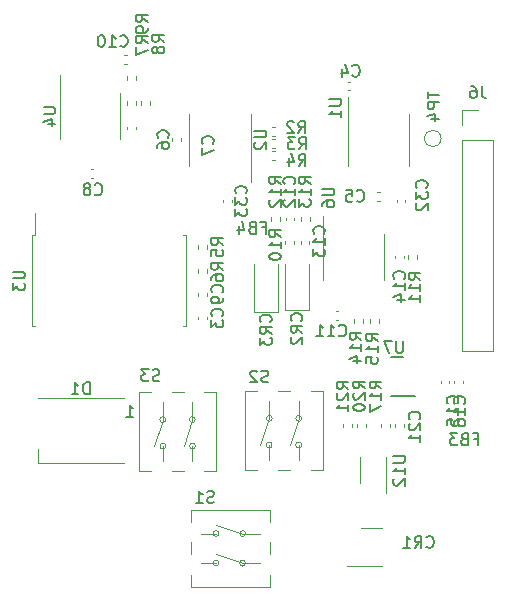
<source format=gbr>
%TF.GenerationSoftware,KiCad,Pcbnew,7.0.10*%
%TF.CreationDate,2024-03-09T07:06:28+08:00*%
%TF.ProjectId,ESP32Sensor-Sensor_board,45535033-3253-4656-9e73-6f722d53656e,rev?*%
%TF.SameCoordinates,Original*%
%TF.FileFunction,Legend,Bot*%
%TF.FilePolarity,Positive*%
%FSLAX46Y46*%
G04 Gerber Fmt 4.6, Leading zero omitted, Abs format (unit mm)*
G04 Created by KiCad (PCBNEW 7.0.10) date 2024-03-09 07:06:28*
%MOMM*%
%LPD*%
G01*
G04 APERTURE LIST*
%ADD10C,0.150000*%
%ADD11C,0.120000*%
G04 APERTURE END LIST*
D10*
X155161904Y-110007200D02*
X155019047Y-110054819D01*
X155019047Y-110054819D02*
X154780952Y-110054819D01*
X154780952Y-110054819D02*
X154685714Y-110007200D01*
X154685714Y-110007200D02*
X154638095Y-109959580D01*
X154638095Y-109959580D02*
X154590476Y-109864342D01*
X154590476Y-109864342D02*
X154590476Y-109769104D01*
X154590476Y-109769104D02*
X154638095Y-109673866D01*
X154638095Y-109673866D02*
X154685714Y-109626247D01*
X154685714Y-109626247D02*
X154780952Y-109578628D01*
X154780952Y-109578628D02*
X154971428Y-109531009D01*
X154971428Y-109531009D02*
X155066666Y-109483390D01*
X155066666Y-109483390D02*
X155114285Y-109435771D01*
X155114285Y-109435771D02*
X155161904Y-109340533D01*
X155161904Y-109340533D02*
X155161904Y-109245295D01*
X155161904Y-109245295D02*
X155114285Y-109150057D01*
X155114285Y-109150057D02*
X155066666Y-109102438D01*
X155066666Y-109102438D02*
X154971428Y-109054819D01*
X154971428Y-109054819D02*
X154733333Y-109054819D01*
X154733333Y-109054819D02*
X154590476Y-109102438D01*
X154209523Y-109150057D02*
X154161904Y-109102438D01*
X154161904Y-109102438D02*
X154066666Y-109054819D01*
X154066666Y-109054819D02*
X153828571Y-109054819D01*
X153828571Y-109054819D02*
X153733333Y-109102438D01*
X153733333Y-109102438D02*
X153685714Y-109150057D01*
X153685714Y-109150057D02*
X153638095Y-109245295D01*
X153638095Y-109245295D02*
X153638095Y-109340533D01*
X153638095Y-109340533D02*
X153685714Y-109483390D01*
X153685714Y-109483390D02*
X154257142Y-110054819D01*
X154257142Y-110054819D02*
X153638095Y-110054819D01*
X160354819Y-86038095D02*
X161164342Y-86038095D01*
X161164342Y-86038095D02*
X161259580Y-86085714D01*
X161259580Y-86085714D02*
X161307200Y-86133333D01*
X161307200Y-86133333D02*
X161354819Y-86228571D01*
X161354819Y-86228571D02*
X161354819Y-86419047D01*
X161354819Y-86419047D02*
X161307200Y-86514285D01*
X161307200Y-86514285D02*
X161259580Y-86561904D01*
X161259580Y-86561904D02*
X161164342Y-86609523D01*
X161164342Y-86609523D02*
X160354819Y-86609523D01*
X161354819Y-87609523D02*
X161354819Y-87038095D01*
X161354819Y-87323809D02*
X160354819Y-87323809D01*
X160354819Y-87323809D02*
X160497676Y-87228571D01*
X160497676Y-87228571D02*
X160592914Y-87133333D01*
X160592914Y-87133333D02*
X160640533Y-87038095D01*
X151354819Y-100533333D02*
X150878628Y-100200000D01*
X151354819Y-99961905D02*
X150354819Y-99961905D01*
X150354819Y-99961905D02*
X150354819Y-100342857D01*
X150354819Y-100342857D02*
X150402438Y-100438095D01*
X150402438Y-100438095D02*
X150450057Y-100485714D01*
X150450057Y-100485714D02*
X150545295Y-100533333D01*
X150545295Y-100533333D02*
X150688152Y-100533333D01*
X150688152Y-100533333D02*
X150783390Y-100485714D01*
X150783390Y-100485714D02*
X150831009Y-100438095D01*
X150831009Y-100438095D02*
X150878628Y-100342857D01*
X150878628Y-100342857D02*
X150878628Y-99961905D01*
X150354819Y-101390476D02*
X150354819Y-101200000D01*
X150354819Y-101200000D02*
X150402438Y-101104762D01*
X150402438Y-101104762D02*
X150450057Y-101057143D01*
X150450057Y-101057143D02*
X150592914Y-100961905D01*
X150592914Y-100961905D02*
X150783390Y-100914286D01*
X150783390Y-100914286D02*
X151164342Y-100914286D01*
X151164342Y-100914286D02*
X151259580Y-100961905D01*
X151259580Y-100961905D02*
X151307200Y-101009524D01*
X151307200Y-101009524D02*
X151354819Y-101104762D01*
X151354819Y-101104762D02*
X151354819Y-101295238D01*
X151354819Y-101295238D02*
X151307200Y-101390476D01*
X151307200Y-101390476D02*
X151259580Y-101438095D01*
X151259580Y-101438095D02*
X151164342Y-101485714D01*
X151164342Y-101485714D02*
X150926247Y-101485714D01*
X150926247Y-101485714D02*
X150831009Y-101438095D01*
X150831009Y-101438095D02*
X150783390Y-101390476D01*
X150783390Y-101390476D02*
X150735771Y-101295238D01*
X150735771Y-101295238D02*
X150735771Y-101104762D01*
X150735771Y-101104762D02*
X150783390Y-101009524D01*
X150783390Y-101009524D02*
X150831009Y-100961905D01*
X150831009Y-100961905D02*
X150926247Y-100914286D01*
X151259580Y-102418333D02*
X151307200Y-102370714D01*
X151307200Y-102370714D02*
X151354819Y-102227857D01*
X151354819Y-102227857D02*
X151354819Y-102132619D01*
X151354819Y-102132619D02*
X151307200Y-101989762D01*
X151307200Y-101989762D02*
X151211961Y-101894524D01*
X151211961Y-101894524D02*
X151116723Y-101846905D01*
X151116723Y-101846905D02*
X150926247Y-101799286D01*
X150926247Y-101799286D02*
X150783390Y-101799286D01*
X150783390Y-101799286D02*
X150592914Y-101846905D01*
X150592914Y-101846905D02*
X150497676Y-101894524D01*
X150497676Y-101894524D02*
X150402438Y-101989762D01*
X150402438Y-101989762D02*
X150354819Y-102132619D01*
X150354819Y-102132619D02*
X150354819Y-102227857D01*
X150354819Y-102227857D02*
X150402438Y-102370714D01*
X150402438Y-102370714D02*
X150450057Y-102418333D01*
X151354819Y-102894524D02*
X151354819Y-103085000D01*
X151354819Y-103085000D02*
X151307200Y-103180238D01*
X151307200Y-103180238D02*
X151259580Y-103227857D01*
X151259580Y-103227857D02*
X151116723Y-103323095D01*
X151116723Y-103323095D02*
X150926247Y-103370714D01*
X150926247Y-103370714D02*
X150545295Y-103370714D01*
X150545295Y-103370714D02*
X150450057Y-103323095D01*
X150450057Y-103323095D02*
X150402438Y-103275476D01*
X150402438Y-103275476D02*
X150354819Y-103180238D01*
X150354819Y-103180238D02*
X150354819Y-102989762D01*
X150354819Y-102989762D02*
X150402438Y-102894524D01*
X150402438Y-102894524D02*
X150450057Y-102846905D01*
X150450057Y-102846905D02*
X150545295Y-102799286D01*
X150545295Y-102799286D02*
X150783390Y-102799286D01*
X150783390Y-102799286D02*
X150878628Y-102846905D01*
X150878628Y-102846905D02*
X150926247Y-102894524D01*
X150926247Y-102894524D02*
X150973866Y-102989762D01*
X150973866Y-102989762D02*
X150973866Y-103180238D01*
X150973866Y-103180238D02*
X150926247Y-103275476D01*
X150926247Y-103275476D02*
X150878628Y-103323095D01*
X150878628Y-103323095D02*
X150783390Y-103370714D01*
X153259580Y-94057142D02*
X153307200Y-94009523D01*
X153307200Y-94009523D02*
X153354819Y-93866666D01*
X153354819Y-93866666D02*
X153354819Y-93771428D01*
X153354819Y-93771428D02*
X153307200Y-93628571D01*
X153307200Y-93628571D02*
X153211961Y-93533333D01*
X153211961Y-93533333D02*
X153116723Y-93485714D01*
X153116723Y-93485714D02*
X152926247Y-93438095D01*
X152926247Y-93438095D02*
X152783390Y-93438095D01*
X152783390Y-93438095D02*
X152592914Y-93485714D01*
X152592914Y-93485714D02*
X152497676Y-93533333D01*
X152497676Y-93533333D02*
X152402438Y-93628571D01*
X152402438Y-93628571D02*
X152354819Y-93771428D01*
X152354819Y-93771428D02*
X152354819Y-93866666D01*
X152354819Y-93866666D02*
X152402438Y-94009523D01*
X152402438Y-94009523D02*
X152450057Y-94057142D01*
X152354819Y-94390476D02*
X152354819Y-95009523D01*
X152354819Y-95009523D02*
X152735771Y-94676190D01*
X152735771Y-94676190D02*
X152735771Y-94819047D01*
X152735771Y-94819047D02*
X152783390Y-94914285D01*
X152783390Y-94914285D02*
X152831009Y-94961904D01*
X152831009Y-94961904D02*
X152926247Y-95009523D01*
X152926247Y-95009523D02*
X153164342Y-95009523D01*
X153164342Y-95009523D02*
X153259580Y-94961904D01*
X153259580Y-94961904D02*
X153307200Y-94914285D01*
X153307200Y-94914285D02*
X153354819Y-94819047D01*
X153354819Y-94819047D02*
X153354819Y-94533333D01*
X153354819Y-94533333D02*
X153307200Y-94438095D01*
X153307200Y-94438095D02*
X153259580Y-94390476D01*
X152354819Y-95342857D02*
X152354819Y-95961904D01*
X152354819Y-95961904D02*
X152735771Y-95628571D01*
X152735771Y-95628571D02*
X152735771Y-95771428D01*
X152735771Y-95771428D02*
X152783390Y-95866666D01*
X152783390Y-95866666D02*
X152831009Y-95914285D01*
X152831009Y-95914285D02*
X152926247Y-95961904D01*
X152926247Y-95961904D02*
X153164342Y-95961904D01*
X153164342Y-95961904D02*
X153259580Y-95914285D01*
X153259580Y-95914285D02*
X153307200Y-95866666D01*
X153307200Y-95866666D02*
X153354819Y-95771428D01*
X153354819Y-95771428D02*
X153354819Y-95485714D01*
X153354819Y-95485714D02*
X153307200Y-95390476D01*
X153307200Y-95390476D02*
X153259580Y-95342857D01*
X146659580Y-89333333D02*
X146707200Y-89285714D01*
X146707200Y-89285714D02*
X146754819Y-89142857D01*
X146754819Y-89142857D02*
X146754819Y-89047619D01*
X146754819Y-89047619D02*
X146707200Y-88904762D01*
X146707200Y-88904762D02*
X146611961Y-88809524D01*
X146611961Y-88809524D02*
X146516723Y-88761905D01*
X146516723Y-88761905D02*
X146326247Y-88714286D01*
X146326247Y-88714286D02*
X146183390Y-88714286D01*
X146183390Y-88714286D02*
X145992914Y-88761905D01*
X145992914Y-88761905D02*
X145897676Y-88809524D01*
X145897676Y-88809524D02*
X145802438Y-88904762D01*
X145802438Y-88904762D02*
X145754819Y-89047619D01*
X145754819Y-89047619D02*
X145754819Y-89142857D01*
X145754819Y-89142857D02*
X145802438Y-89285714D01*
X145802438Y-89285714D02*
X145850057Y-89333333D01*
X145754819Y-90190476D02*
X145754819Y-90000000D01*
X145754819Y-90000000D02*
X145802438Y-89904762D01*
X145802438Y-89904762D02*
X145850057Y-89857143D01*
X145850057Y-89857143D02*
X145992914Y-89761905D01*
X145992914Y-89761905D02*
X146183390Y-89714286D01*
X146183390Y-89714286D02*
X146564342Y-89714286D01*
X146564342Y-89714286D02*
X146659580Y-89761905D01*
X146659580Y-89761905D02*
X146707200Y-89809524D01*
X146707200Y-89809524D02*
X146754819Y-89904762D01*
X146754819Y-89904762D02*
X146754819Y-90095238D01*
X146754819Y-90095238D02*
X146707200Y-90190476D01*
X146707200Y-90190476D02*
X146659580Y-90238095D01*
X146659580Y-90238095D02*
X146564342Y-90285714D01*
X146564342Y-90285714D02*
X146326247Y-90285714D01*
X146326247Y-90285714D02*
X146231009Y-90238095D01*
X146231009Y-90238095D02*
X146183390Y-90190476D01*
X146183390Y-90190476D02*
X146135771Y-90095238D01*
X146135771Y-90095238D02*
X146135771Y-89904762D01*
X146135771Y-89904762D02*
X146183390Y-89809524D01*
X146183390Y-89809524D02*
X146231009Y-89761905D01*
X146231009Y-89761905D02*
X146326247Y-89714286D01*
X172608333Y-114847009D02*
X172941666Y-114847009D01*
X172941666Y-115370819D02*
X172941666Y-114370819D01*
X172941666Y-114370819D02*
X172465476Y-114370819D01*
X171751190Y-114847009D02*
X171608333Y-114894628D01*
X171608333Y-114894628D02*
X171560714Y-114942247D01*
X171560714Y-114942247D02*
X171513095Y-115037485D01*
X171513095Y-115037485D02*
X171513095Y-115180342D01*
X171513095Y-115180342D02*
X171560714Y-115275580D01*
X171560714Y-115275580D02*
X171608333Y-115323200D01*
X171608333Y-115323200D02*
X171703571Y-115370819D01*
X171703571Y-115370819D02*
X172084523Y-115370819D01*
X172084523Y-115370819D02*
X172084523Y-114370819D01*
X172084523Y-114370819D02*
X171751190Y-114370819D01*
X171751190Y-114370819D02*
X171655952Y-114418438D01*
X171655952Y-114418438D02*
X171608333Y-114466057D01*
X171608333Y-114466057D02*
X171560714Y-114561295D01*
X171560714Y-114561295D02*
X171560714Y-114656533D01*
X171560714Y-114656533D02*
X171608333Y-114751771D01*
X171608333Y-114751771D02*
X171655952Y-114799390D01*
X171655952Y-114799390D02*
X171751190Y-114847009D01*
X171751190Y-114847009D02*
X172084523Y-114847009D01*
X171179761Y-114370819D02*
X170560714Y-114370819D01*
X170560714Y-114370819D02*
X170894047Y-114751771D01*
X170894047Y-114751771D02*
X170751190Y-114751771D01*
X170751190Y-114751771D02*
X170655952Y-114799390D01*
X170655952Y-114799390D02*
X170608333Y-114847009D01*
X170608333Y-114847009D02*
X170560714Y-114942247D01*
X170560714Y-114942247D02*
X170560714Y-115180342D01*
X170560714Y-115180342D02*
X170608333Y-115275580D01*
X170608333Y-115275580D02*
X170655952Y-115323200D01*
X170655952Y-115323200D02*
X170751190Y-115370819D01*
X170751190Y-115370819D02*
X171036904Y-115370819D01*
X171036904Y-115370819D02*
X171132142Y-115323200D01*
X171132142Y-115323200D02*
X171179761Y-115275580D01*
X171179580Y-111823142D02*
X171227200Y-111775523D01*
X171227200Y-111775523D02*
X171274819Y-111632666D01*
X171274819Y-111632666D02*
X171274819Y-111537428D01*
X171274819Y-111537428D02*
X171227200Y-111394571D01*
X171227200Y-111394571D02*
X171131961Y-111299333D01*
X171131961Y-111299333D02*
X171036723Y-111251714D01*
X171036723Y-111251714D02*
X170846247Y-111204095D01*
X170846247Y-111204095D02*
X170703390Y-111204095D01*
X170703390Y-111204095D02*
X170512914Y-111251714D01*
X170512914Y-111251714D02*
X170417676Y-111299333D01*
X170417676Y-111299333D02*
X170322438Y-111394571D01*
X170322438Y-111394571D02*
X170274819Y-111537428D01*
X170274819Y-111537428D02*
X170274819Y-111632666D01*
X170274819Y-111632666D02*
X170322438Y-111775523D01*
X170322438Y-111775523D02*
X170370057Y-111823142D01*
X171274819Y-112775523D02*
X171274819Y-112204095D01*
X171274819Y-112489809D02*
X170274819Y-112489809D01*
X170274819Y-112489809D02*
X170417676Y-112394571D01*
X170417676Y-112394571D02*
X170512914Y-112299333D01*
X170512914Y-112299333D02*
X170560533Y-112204095D01*
X170274819Y-113680285D02*
X170274819Y-113204095D01*
X170274819Y-113204095D02*
X170751009Y-113156476D01*
X170751009Y-113156476D02*
X170703390Y-113204095D01*
X170703390Y-113204095D02*
X170655771Y-113299333D01*
X170655771Y-113299333D02*
X170655771Y-113537428D01*
X170655771Y-113537428D02*
X170703390Y-113632666D01*
X170703390Y-113632666D02*
X170751009Y-113680285D01*
X170751009Y-113680285D02*
X170846247Y-113727904D01*
X170846247Y-113727904D02*
X171084342Y-113727904D01*
X171084342Y-113727904D02*
X171179580Y-113680285D01*
X171179580Y-113680285D02*
X171227200Y-113632666D01*
X171227200Y-113632666D02*
X171274819Y-113537428D01*
X171274819Y-113537428D02*
X171274819Y-113299333D01*
X171274819Y-113299333D02*
X171227200Y-113204095D01*
X171227200Y-113204095D02*
X171179580Y-113156476D01*
X157959580Y-104833333D02*
X158007200Y-104785714D01*
X158007200Y-104785714D02*
X158054819Y-104642857D01*
X158054819Y-104642857D02*
X158054819Y-104547619D01*
X158054819Y-104547619D02*
X158007200Y-104404762D01*
X158007200Y-104404762D02*
X157911961Y-104309524D01*
X157911961Y-104309524D02*
X157816723Y-104261905D01*
X157816723Y-104261905D02*
X157626247Y-104214286D01*
X157626247Y-104214286D02*
X157483390Y-104214286D01*
X157483390Y-104214286D02*
X157292914Y-104261905D01*
X157292914Y-104261905D02*
X157197676Y-104309524D01*
X157197676Y-104309524D02*
X157102438Y-104404762D01*
X157102438Y-104404762D02*
X157054819Y-104547619D01*
X157054819Y-104547619D02*
X157054819Y-104642857D01*
X157054819Y-104642857D02*
X157102438Y-104785714D01*
X157102438Y-104785714D02*
X157150057Y-104833333D01*
X158054819Y-105833333D02*
X157578628Y-105500000D01*
X158054819Y-105261905D02*
X157054819Y-105261905D01*
X157054819Y-105261905D02*
X157054819Y-105642857D01*
X157054819Y-105642857D02*
X157102438Y-105738095D01*
X157102438Y-105738095D02*
X157150057Y-105785714D01*
X157150057Y-105785714D02*
X157245295Y-105833333D01*
X157245295Y-105833333D02*
X157388152Y-105833333D01*
X157388152Y-105833333D02*
X157483390Y-105785714D01*
X157483390Y-105785714D02*
X157531009Y-105738095D01*
X157531009Y-105738095D02*
X157578628Y-105642857D01*
X157578628Y-105642857D02*
X157578628Y-105261905D01*
X157150057Y-106214286D02*
X157102438Y-106261905D01*
X157102438Y-106261905D02*
X157054819Y-106357143D01*
X157054819Y-106357143D02*
X157054819Y-106595238D01*
X157054819Y-106595238D02*
X157102438Y-106690476D01*
X157102438Y-106690476D02*
X157150057Y-106738095D01*
X157150057Y-106738095D02*
X157245295Y-106785714D01*
X157245295Y-106785714D02*
X157340533Y-106785714D01*
X157340533Y-106785714D02*
X157483390Y-106738095D01*
X157483390Y-106738095D02*
X158054819Y-106166667D01*
X158054819Y-106166667D02*
X158054819Y-106785714D01*
X136154819Y-86738095D02*
X136964342Y-86738095D01*
X136964342Y-86738095D02*
X137059580Y-86785714D01*
X137059580Y-86785714D02*
X137107200Y-86833333D01*
X137107200Y-86833333D02*
X137154819Y-86928571D01*
X137154819Y-86928571D02*
X137154819Y-87119047D01*
X137154819Y-87119047D02*
X137107200Y-87214285D01*
X137107200Y-87214285D02*
X137059580Y-87261904D01*
X137059580Y-87261904D02*
X136964342Y-87309523D01*
X136964342Y-87309523D02*
X136154819Y-87309523D01*
X136488152Y-88214285D02*
X137154819Y-88214285D01*
X136107200Y-87976190D02*
X136821485Y-87738095D01*
X136821485Y-87738095D02*
X136821485Y-88357142D01*
X144954819Y-79533333D02*
X144478628Y-79200000D01*
X144954819Y-78961905D02*
X143954819Y-78961905D01*
X143954819Y-78961905D02*
X143954819Y-79342857D01*
X143954819Y-79342857D02*
X144002438Y-79438095D01*
X144002438Y-79438095D02*
X144050057Y-79485714D01*
X144050057Y-79485714D02*
X144145295Y-79533333D01*
X144145295Y-79533333D02*
X144288152Y-79533333D01*
X144288152Y-79533333D02*
X144383390Y-79485714D01*
X144383390Y-79485714D02*
X144431009Y-79438095D01*
X144431009Y-79438095D02*
X144478628Y-79342857D01*
X144478628Y-79342857D02*
X144478628Y-78961905D01*
X144954819Y-80009524D02*
X144954819Y-80200000D01*
X144954819Y-80200000D02*
X144907200Y-80295238D01*
X144907200Y-80295238D02*
X144859580Y-80342857D01*
X144859580Y-80342857D02*
X144716723Y-80438095D01*
X144716723Y-80438095D02*
X144526247Y-80485714D01*
X144526247Y-80485714D02*
X144145295Y-80485714D01*
X144145295Y-80485714D02*
X144050057Y-80438095D01*
X144050057Y-80438095D02*
X144002438Y-80390476D01*
X144002438Y-80390476D02*
X143954819Y-80295238D01*
X143954819Y-80295238D02*
X143954819Y-80104762D01*
X143954819Y-80104762D02*
X144002438Y-80009524D01*
X144002438Y-80009524D02*
X144050057Y-79961905D01*
X144050057Y-79961905D02*
X144145295Y-79914286D01*
X144145295Y-79914286D02*
X144383390Y-79914286D01*
X144383390Y-79914286D02*
X144478628Y-79961905D01*
X144478628Y-79961905D02*
X144526247Y-80009524D01*
X144526247Y-80009524D02*
X144573866Y-80104762D01*
X144573866Y-80104762D02*
X144573866Y-80295238D01*
X144573866Y-80295238D02*
X144526247Y-80390476D01*
X144526247Y-80390476D02*
X144478628Y-80438095D01*
X144478628Y-80438095D02*
X144383390Y-80485714D01*
X161954819Y-110597142D02*
X161478628Y-110263809D01*
X161954819Y-110025714D02*
X160954819Y-110025714D01*
X160954819Y-110025714D02*
X160954819Y-110406666D01*
X160954819Y-110406666D02*
X161002438Y-110501904D01*
X161002438Y-110501904D02*
X161050057Y-110549523D01*
X161050057Y-110549523D02*
X161145295Y-110597142D01*
X161145295Y-110597142D02*
X161288152Y-110597142D01*
X161288152Y-110597142D02*
X161383390Y-110549523D01*
X161383390Y-110549523D02*
X161431009Y-110501904D01*
X161431009Y-110501904D02*
X161478628Y-110406666D01*
X161478628Y-110406666D02*
X161478628Y-110025714D01*
X161050057Y-110978095D02*
X161002438Y-111025714D01*
X161002438Y-111025714D02*
X160954819Y-111120952D01*
X160954819Y-111120952D02*
X160954819Y-111359047D01*
X160954819Y-111359047D02*
X161002438Y-111454285D01*
X161002438Y-111454285D02*
X161050057Y-111501904D01*
X161050057Y-111501904D02*
X161145295Y-111549523D01*
X161145295Y-111549523D02*
X161240533Y-111549523D01*
X161240533Y-111549523D02*
X161383390Y-111501904D01*
X161383390Y-111501904D02*
X161954819Y-110930476D01*
X161954819Y-110930476D02*
X161954819Y-111549523D01*
X161954819Y-112501904D02*
X161954819Y-111930476D01*
X161954819Y-112216190D02*
X160954819Y-112216190D01*
X160954819Y-112216190D02*
X161097676Y-112120952D01*
X161097676Y-112120952D02*
X161192914Y-112025714D01*
X161192914Y-112025714D02*
X161240533Y-111930476D01*
X151259580Y-104433333D02*
X151307200Y-104385714D01*
X151307200Y-104385714D02*
X151354819Y-104242857D01*
X151354819Y-104242857D02*
X151354819Y-104147619D01*
X151354819Y-104147619D02*
X151307200Y-104004762D01*
X151307200Y-104004762D02*
X151211961Y-103909524D01*
X151211961Y-103909524D02*
X151116723Y-103861905D01*
X151116723Y-103861905D02*
X150926247Y-103814286D01*
X150926247Y-103814286D02*
X150783390Y-103814286D01*
X150783390Y-103814286D02*
X150592914Y-103861905D01*
X150592914Y-103861905D02*
X150497676Y-103909524D01*
X150497676Y-103909524D02*
X150402438Y-104004762D01*
X150402438Y-104004762D02*
X150354819Y-104147619D01*
X150354819Y-104147619D02*
X150354819Y-104242857D01*
X150354819Y-104242857D02*
X150402438Y-104385714D01*
X150402438Y-104385714D02*
X150450057Y-104433333D01*
X150354819Y-104766667D02*
X150354819Y-105385714D01*
X150354819Y-105385714D02*
X150735771Y-105052381D01*
X150735771Y-105052381D02*
X150735771Y-105195238D01*
X150735771Y-105195238D02*
X150783390Y-105290476D01*
X150783390Y-105290476D02*
X150831009Y-105338095D01*
X150831009Y-105338095D02*
X150926247Y-105385714D01*
X150926247Y-105385714D02*
X151164342Y-105385714D01*
X151164342Y-105385714D02*
X151259580Y-105338095D01*
X151259580Y-105338095D02*
X151307200Y-105290476D01*
X151307200Y-105290476D02*
X151354819Y-105195238D01*
X151354819Y-105195238D02*
X151354819Y-104909524D01*
X151354819Y-104909524D02*
X151307200Y-104814286D01*
X151307200Y-104814286D02*
X151259580Y-104766667D01*
X140496666Y-94109580D02*
X140544285Y-94157200D01*
X140544285Y-94157200D02*
X140687142Y-94204819D01*
X140687142Y-94204819D02*
X140782380Y-94204819D01*
X140782380Y-94204819D02*
X140925237Y-94157200D01*
X140925237Y-94157200D02*
X141020475Y-94061961D01*
X141020475Y-94061961D02*
X141068094Y-93966723D01*
X141068094Y-93966723D02*
X141115713Y-93776247D01*
X141115713Y-93776247D02*
X141115713Y-93633390D01*
X141115713Y-93633390D02*
X141068094Y-93442914D01*
X141068094Y-93442914D02*
X141020475Y-93347676D01*
X141020475Y-93347676D02*
X140925237Y-93252438D01*
X140925237Y-93252438D02*
X140782380Y-93204819D01*
X140782380Y-93204819D02*
X140687142Y-93204819D01*
X140687142Y-93204819D02*
X140544285Y-93252438D01*
X140544285Y-93252438D02*
X140496666Y-93300057D01*
X139925237Y-93633390D02*
X140020475Y-93585771D01*
X140020475Y-93585771D02*
X140068094Y-93538152D01*
X140068094Y-93538152D02*
X140115713Y-93442914D01*
X140115713Y-93442914D02*
X140115713Y-93395295D01*
X140115713Y-93395295D02*
X140068094Y-93300057D01*
X140068094Y-93300057D02*
X140020475Y-93252438D01*
X140020475Y-93252438D02*
X139925237Y-93204819D01*
X139925237Y-93204819D02*
X139734761Y-93204819D01*
X139734761Y-93204819D02*
X139639523Y-93252438D01*
X139639523Y-93252438D02*
X139591904Y-93300057D01*
X139591904Y-93300057D02*
X139544285Y-93395295D01*
X139544285Y-93395295D02*
X139544285Y-93442914D01*
X139544285Y-93442914D02*
X139591904Y-93538152D01*
X139591904Y-93538152D02*
X139639523Y-93585771D01*
X139639523Y-93585771D02*
X139734761Y-93633390D01*
X139734761Y-93633390D02*
X139925237Y-93633390D01*
X139925237Y-93633390D02*
X140020475Y-93681009D01*
X140020475Y-93681009D02*
X140068094Y-93728628D01*
X140068094Y-93728628D02*
X140115713Y-93823866D01*
X140115713Y-93823866D02*
X140115713Y-94014342D01*
X140115713Y-94014342D02*
X140068094Y-94109580D01*
X140068094Y-94109580D02*
X140020475Y-94157200D01*
X140020475Y-94157200D02*
X139925237Y-94204819D01*
X139925237Y-94204819D02*
X139734761Y-94204819D01*
X139734761Y-94204819D02*
X139639523Y-94157200D01*
X139639523Y-94157200D02*
X139591904Y-94109580D01*
X139591904Y-94109580D02*
X139544285Y-94014342D01*
X139544285Y-94014342D02*
X139544285Y-93823866D01*
X139544285Y-93823866D02*
X139591904Y-93728628D01*
X139591904Y-93728628D02*
X139639523Y-93681009D01*
X139639523Y-93681009D02*
X139734761Y-93633390D01*
X156254819Y-93257142D02*
X155778628Y-92923809D01*
X156254819Y-92685714D02*
X155254819Y-92685714D01*
X155254819Y-92685714D02*
X155254819Y-93066666D01*
X155254819Y-93066666D02*
X155302438Y-93161904D01*
X155302438Y-93161904D02*
X155350057Y-93209523D01*
X155350057Y-93209523D02*
X155445295Y-93257142D01*
X155445295Y-93257142D02*
X155588152Y-93257142D01*
X155588152Y-93257142D02*
X155683390Y-93209523D01*
X155683390Y-93209523D02*
X155731009Y-93161904D01*
X155731009Y-93161904D02*
X155778628Y-93066666D01*
X155778628Y-93066666D02*
X155778628Y-92685714D01*
X156254819Y-94209523D02*
X156254819Y-93638095D01*
X156254819Y-93923809D02*
X155254819Y-93923809D01*
X155254819Y-93923809D02*
X155397676Y-93828571D01*
X155397676Y-93828571D02*
X155492914Y-93733333D01*
X155492914Y-93733333D02*
X155540533Y-93638095D01*
X155350057Y-94590476D02*
X155302438Y-94638095D01*
X155302438Y-94638095D02*
X155254819Y-94733333D01*
X155254819Y-94733333D02*
X155254819Y-94971428D01*
X155254819Y-94971428D02*
X155302438Y-95066666D01*
X155302438Y-95066666D02*
X155350057Y-95114285D01*
X155350057Y-95114285D02*
X155445295Y-95161904D01*
X155445295Y-95161904D02*
X155540533Y-95161904D01*
X155540533Y-95161904D02*
X155683390Y-95114285D01*
X155683390Y-95114285D02*
X156254819Y-94542857D01*
X156254819Y-94542857D02*
X156254819Y-95161904D01*
X157716666Y-88944819D02*
X158049999Y-88468628D01*
X158288094Y-88944819D02*
X158288094Y-87944819D01*
X158288094Y-87944819D02*
X157907142Y-87944819D01*
X157907142Y-87944819D02*
X157811904Y-87992438D01*
X157811904Y-87992438D02*
X157764285Y-88040057D01*
X157764285Y-88040057D02*
X157716666Y-88135295D01*
X157716666Y-88135295D02*
X157716666Y-88278152D01*
X157716666Y-88278152D02*
X157764285Y-88373390D01*
X157764285Y-88373390D02*
X157811904Y-88421009D01*
X157811904Y-88421009D02*
X157907142Y-88468628D01*
X157907142Y-88468628D02*
X158288094Y-88468628D01*
X157335713Y-88040057D02*
X157288094Y-87992438D01*
X157288094Y-87992438D02*
X157192856Y-87944819D01*
X157192856Y-87944819D02*
X156954761Y-87944819D01*
X156954761Y-87944819D02*
X156859523Y-87992438D01*
X156859523Y-87992438D02*
X156811904Y-88040057D01*
X156811904Y-88040057D02*
X156764285Y-88135295D01*
X156764285Y-88135295D02*
X156764285Y-88230533D01*
X156764285Y-88230533D02*
X156811904Y-88373390D01*
X156811904Y-88373390D02*
X157383332Y-88944819D01*
X157383332Y-88944819D02*
X156764285Y-88944819D01*
X161142857Y-106059580D02*
X161190476Y-106107200D01*
X161190476Y-106107200D02*
X161333333Y-106154819D01*
X161333333Y-106154819D02*
X161428571Y-106154819D01*
X161428571Y-106154819D02*
X161571428Y-106107200D01*
X161571428Y-106107200D02*
X161666666Y-106011961D01*
X161666666Y-106011961D02*
X161714285Y-105916723D01*
X161714285Y-105916723D02*
X161761904Y-105726247D01*
X161761904Y-105726247D02*
X161761904Y-105583390D01*
X161761904Y-105583390D02*
X161714285Y-105392914D01*
X161714285Y-105392914D02*
X161666666Y-105297676D01*
X161666666Y-105297676D02*
X161571428Y-105202438D01*
X161571428Y-105202438D02*
X161428571Y-105154819D01*
X161428571Y-105154819D02*
X161333333Y-105154819D01*
X161333333Y-105154819D02*
X161190476Y-105202438D01*
X161190476Y-105202438D02*
X161142857Y-105250057D01*
X160190476Y-106154819D02*
X160761904Y-106154819D01*
X160476190Y-106154819D02*
X160476190Y-105154819D01*
X160476190Y-105154819D02*
X160571428Y-105297676D01*
X160571428Y-105297676D02*
X160666666Y-105392914D01*
X160666666Y-105392914D02*
X160761904Y-105440533D01*
X159238095Y-106154819D02*
X159809523Y-106154819D01*
X159523809Y-106154819D02*
X159523809Y-105154819D01*
X159523809Y-105154819D02*
X159619047Y-105297676D01*
X159619047Y-105297676D02*
X159714285Y-105392914D01*
X159714285Y-105392914D02*
X159809523Y-105440533D01*
X157359580Y-93257142D02*
X157407200Y-93209523D01*
X157407200Y-93209523D02*
X157454819Y-93066666D01*
X157454819Y-93066666D02*
X157454819Y-92971428D01*
X157454819Y-92971428D02*
X157407200Y-92828571D01*
X157407200Y-92828571D02*
X157311961Y-92733333D01*
X157311961Y-92733333D02*
X157216723Y-92685714D01*
X157216723Y-92685714D02*
X157026247Y-92638095D01*
X157026247Y-92638095D02*
X156883390Y-92638095D01*
X156883390Y-92638095D02*
X156692914Y-92685714D01*
X156692914Y-92685714D02*
X156597676Y-92733333D01*
X156597676Y-92733333D02*
X156502438Y-92828571D01*
X156502438Y-92828571D02*
X156454819Y-92971428D01*
X156454819Y-92971428D02*
X156454819Y-93066666D01*
X156454819Y-93066666D02*
X156502438Y-93209523D01*
X156502438Y-93209523D02*
X156550057Y-93257142D01*
X157454819Y-94209523D02*
X157454819Y-93638095D01*
X157454819Y-93923809D02*
X156454819Y-93923809D01*
X156454819Y-93923809D02*
X156597676Y-93828571D01*
X156597676Y-93828571D02*
X156692914Y-93733333D01*
X156692914Y-93733333D02*
X156740533Y-93638095D01*
X156550057Y-94590476D02*
X156502438Y-94638095D01*
X156502438Y-94638095D02*
X156454819Y-94733333D01*
X156454819Y-94733333D02*
X156454819Y-94971428D01*
X156454819Y-94971428D02*
X156502438Y-95066666D01*
X156502438Y-95066666D02*
X156550057Y-95114285D01*
X156550057Y-95114285D02*
X156645295Y-95161904D01*
X156645295Y-95161904D02*
X156740533Y-95161904D01*
X156740533Y-95161904D02*
X156883390Y-95114285D01*
X156883390Y-95114285D02*
X157454819Y-94542857D01*
X157454819Y-94542857D02*
X157454819Y-95161904D01*
X157766666Y-90304819D02*
X158099999Y-89828628D01*
X158338094Y-90304819D02*
X158338094Y-89304819D01*
X158338094Y-89304819D02*
X157957142Y-89304819D01*
X157957142Y-89304819D02*
X157861904Y-89352438D01*
X157861904Y-89352438D02*
X157814285Y-89400057D01*
X157814285Y-89400057D02*
X157766666Y-89495295D01*
X157766666Y-89495295D02*
X157766666Y-89638152D01*
X157766666Y-89638152D02*
X157814285Y-89733390D01*
X157814285Y-89733390D02*
X157861904Y-89781009D01*
X157861904Y-89781009D02*
X157957142Y-89828628D01*
X157957142Y-89828628D02*
X158338094Y-89828628D01*
X157433332Y-89304819D02*
X156814285Y-89304819D01*
X156814285Y-89304819D02*
X157147618Y-89685771D01*
X157147618Y-89685771D02*
X157004761Y-89685771D01*
X157004761Y-89685771D02*
X156909523Y-89733390D01*
X156909523Y-89733390D02*
X156861904Y-89781009D01*
X156861904Y-89781009D02*
X156814285Y-89876247D01*
X156814285Y-89876247D02*
X156814285Y-90114342D01*
X156814285Y-90114342D02*
X156861904Y-90209580D01*
X156861904Y-90209580D02*
X156909523Y-90257200D01*
X156909523Y-90257200D02*
X157004761Y-90304819D01*
X157004761Y-90304819D02*
X157290475Y-90304819D01*
X157290475Y-90304819D02*
X157385713Y-90257200D01*
X157385713Y-90257200D02*
X157433332Y-90209580D01*
X163054819Y-106457142D02*
X162578628Y-106123809D01*
X163054819Y-105885714D02*
X162054819Y-105885714D01*
X162054819Y-105885714D02*
X162054819Y-106266666D01*
X162054819Y-106266666D02*
X162102438Y-106361904D01*
X162102438Y-106361904D02*
X162150057Y-106409523D01*
X162150057Y-106409523D02*
X162245295Y-106457142D01*
X162245295Y-106457142D02*
X162388152Y-106457142D01*
X162388152Y-106457142D02*
X162483390Y-106409523D01*
X162483390Y-106409523D02*
X162531009Y-106361904D01*
X162531009Y-106361904D02*
X162578628Y-106266666D01*
X162578628Y-106266666D02*
X162578628Y-105885714D01*
X163054819Y-107409523D02*
X163054819Y-106838095D01*
X163054819Y-107123809D02*
X162054819Y-107123809D01*
X162054819Y-107123809D02*
X162197676Y-107028571D01*
X162197676Y-107028571D02*
X162292914Y-106933333D01*
X162292914Y-106933333D02*
X162340533Y-106838095D01*
X162388152Y-108266666D02*
X163054819Y-108266666D01*
X162007200Y-108028571D02*
X162721485Y-107790476D01*
X162721485Y-107790476D02*
X162721485Y-108409523D01*
X173233333Y-84964819D02*
X173233333Y-85679104D01*
X173233333Y-85679104D02*
X173280952Y-85821961D01*
X173280952Y-85821961D02*
X173376190Y-85917200D01*
X173376190Y-85917200D02*
X173519047Y-85964819D01*
X173519047Y-85964819D02*
X173614285Y-85964819D01*
X172328571Y-84964819D02*
X172519047Y-84964819D01*
X172519047Y-84964819D02*
X172614285Y-85012438D01*
X172614285Y-85012438D02*
X172661904Y-85060057D01*
X172661904Y-85060057D02*
X172757142Y-85202914D01*
X172757142Y-85202914D02*
X172804761Y-85393390D01*
X172804761Y-85393390D02*
X172804761Y-85774342D01*
X172804761Y-85774342D02*
X172757142Y-85869580D01*
X172757142Y-85869580D02*
X172709523Y-85917200D01*
X172709523Y-85917200D02*
X172614285Y-85964819D01*
X172614285Y-85964819D02*
X172423809Y-85964819D01*
X172423809Y-85964819D02*
X172328571Y-85917200D01*
X172328571Y-85917200D02*
X172280952Y-85869580D01*
X172280952Y-85869580D02*
X172233333Y-85774342D01*
X172233333Y-85774342D02*
X172233333Y-85536247D01*
X172233333Y-85536247D02*
X172280952Y-85441009D01*
X172280952Y-85441009D02*
X172328571Y-85393390D01*
X172328571Y-85393390D02*
X172423809Y-85345771D01*
X172423809Y-85345771D02*
X172614285Y-85345771D01*
X172614285Y-85345771D02*
X172709523Y-85393390D01*
X172709523Y-85393390D02*
X172757142Y-85441009D01*
X172757142Y-85441009D02*
X172804761Y-85536247D01*
X159754819Y-93638095D02*
X160564342Y-93638095D01*
X160564342Y-93638095D02*
X160659580Y-93685714D01*
X160659580Y-93685714D02*
X160707200Y-93733333D01*
X160707200Y-93733333D02*
X160754819Y-93828571D01*
X160754819Y-93828571D02*
X160754819Y-94019047D01*
X160754819Y-94019047D02*
X160707200Y-94114285D01*
X160707200Y-94114285D02*
X160659580Y-94161904D01*
X160659580Y-94161904D02*
X160564342Y-94209523D01*
X160564342Y-94209523D02*
X159754819Y-94209523D01*
X159754819Y-95114285D02*
X159754819Y-94923809D01*
X159754819Y-94923809D02*
X159802438Y-94828571D01*
X159802438Y-94828571D02*
X159850057Y-94780952D01*
X159850057Y-94780952D02*
X159992914Y-94685714D01*
X159992914Y-94685714D02*
X160183390Y-94638095D01*
X160183390Y-94638095D02*
X160564342Y-94638095D01*
X160564342Y-94638095D02*
X160659580Y-94685714D01*
X160659580Y-94685714D02*
X160707200Y-94733333D01*
X160707200Y-94733333D02*
X160754819Y-94828571D01*
X160754819Y-94828571D02*
X160754819Y-95019047D01*
X160754819Y-95019047D02*
X160707200Y-95114285D01*
X160707200Y-95114285D02*
X160659580Y-95161904D01*
X160659580Y-95161904D02*
X160564342Y-95209523D01*
X160564342Y-95209523D02*
X160326247Y-95209523D01*
X160326247Y-95209523D02*
X160231009Y-95161904D01*
X160231009Y-95161904D02*
X160183390Y-95114285D01*
X160183390Y-95114285D02*
X160135771Y-95019047D01*
X160135771Y-95019047D02*
X160135771Y-94828571D01*
X160135771Y-94828571D02*
X160183390Y-94733333D01*
X160183390Y-94733333D02*
X160231009Y-94685714D01*
X160231009Y-94685714D02*
X160326247Y-94638095D01*
X168054819Y-101357142D02*
X167578628Y-101023809D01*
X168054819Y-100785714D02*
X167054819Y-100785714D01*
X167054819Y-100785714D02*
X167054819Y-101166666D01*
X167054819Y-101166666D02*
X167102438Y-101261904D01*
X167102438Y-101261904D02*
X167150057Y-101309523D01*
X167150057Y-101309523D02*
X167245295Y-101357142D01*
X167245295Y-101357142D02*
X167388152Y-101357142D01*
X167388152Y-101357142D02*
X167483390Y-101309523D01*
X167483390Y-101309523D02*
X167531009Y-101261904D01*
X167531009Y-101261904D02*
X167578628Y-101166666D01*
X167578628Y-101166666D02*
X167578628Y-100785714D01*
X168054819Y-102309523D02*
X168054819Y-101738095D01*
X168054819Y-102023809D02*
X167054819Y-102023809D01*
X167054819Y-102023809D02*
X167197676Y-101928571D01*
X167197676Y-101928571D02*
X167292914Y-101833333D01*
X167292914Y-101833333D02*
X167340533Y-101738095D01*
X168054819Y-103261904D02*
X168054819Y-102690476D01*
X168054819Y-102976190D02*
X167054819Y-102976190D01*
X167054819Y-102976190D02*
X167197676Y-102880952D01*
X167197676Y-102880952D02*
X167292914Y-102785714D01*
X167292914Y-102785714D02*
X167340533Y-102690476D01*
X164754819Y-110567142D02*
X164278628Y-110233809D01*
X164754819Y-109995714D02*
X163754819Y-109995714D01*
X163754819Y-109995714D02*
X163754819Y-110376666D01*
X163754819Y-110376666D02*
X163802438Y-110471904D01*
X163802438Y-110471904D02*
X163850057Y-110519523D01*
X163850057Y-110519523D02*
X163945295Y-110567142D01*
X163945295Y-110567142D02*
X164088152Y-110567142D01*
X164088152Y-110567142D02*
X164183390Y-110519523D01*
X164183390Y-110519523D02*
X164231009Y-110471904D01*
X164231009Y-110471904D02*
X164278628Y-110376666D01*
X164278628Y-110376666D02*
X164278628Y-109995714D01*
X164754819Y-111519523D02*
X164754819Y-110948095D01*
X164754819Y-111233809D02*
X163754819Y-111233809D01*
X163754819Y-111233809D02*
X163897676Y-111138571D01*
X163897676Y-111138571D02*
X163992914Y-111043333D01*
X163992914Y-111043333D02*
X164040533Y-110948095D01*
X163754819Y-111852857D02*
X163754819Y-112519523D01*
X163754819Y-112519523D02*
X164754819Y-112090952D01*
X168566666Y-123959580D02*
X168614285Y-124007200D01*
X168614285Y-124007200D02*
X168757142Y-124054819D01*
X168757142Y-124054819D02*
X168852380Y-124054819D01*
X168852380Y-124054819D02*
X168995237Y-124007200D01*
X168995237Y-124007200D02*
X169090475Y-123911961D01*
X169090475Y-123911961D02*
X169138094Y-123816723D01*
X169138094Y-123816723D02*
X169185713Y-123626247D01*
X169185713Y-123626247D02*
X169185713Y-123483390D01*
X169185713Y-123483390D02*
X169138094Y-123292914D01*
X169138094Y-123292914D02*
X169090475Y-123197676D01*
X169090475Y-123197676D02*
X168995237Y-123102438D01*
X168995237Y-123102438D02*
X168852380Y-123054819D01*
X168852380Y-123054819D02*
X168757142Y-123054819D01*
X168757142Y-123054819D02*
X168614285Y-123102438D01*
X168614285Y-123102438D02*
X168566666Y-123150057D01*
X167566666Y-124054819D02*
X167899999Y-123578628D01*
X168138094Y-124054819D02*
X168138094Y-123054819D01*
X168138094Y-123054819D02*
X167757142Y-123054819D01*
X167757142Y-123054819D02*
X167661904Y-123102438D01*
X167661904Y-123102438D02*
X167614285Y-123150057D01*
X167614285Y-123150057D02*
X167566666Y-123245295D01*
X167566666Y-123245295D02*
X167566666Y-123388152D01*
X167566666Y-123388152D02*
X167614285Y-123483390D01*
X167614285Y-123483390D02*
X167661904Y-123531009D01*
X167661904Y-123531009D02*
X167757142Y-123578628D01*
X167757142Y-123578628D02*
X168138094Y-123578628D01*
X166614285Y-124054819D02*
X167185713Y-124054819D01*
X166899999Y-124054819D02*
X166899999Y-123054819D01*
X166899999Y-123054819D02*
X166995237Y-123197676D01*
X166995237Y-123197676D02*
X167090475Y-123292914D01*
X167090475Y-123292914D02*
X167185713Y-123340533D01*
X158754819Y-93257142D02*
X158278628Y-92923809D01*
X158754819Y-92685714D02*
X157754819Y-92685714D01*
X157754819Y-92685714D02*
X157754819Y-93066666D01*
X157754819Y-93066666D02*
X157802438Y-93161904D01*
X157802438Y-93161904D02*
X157850057Y-93209523D01*
X157850057Y-93209523D02*
X157945295Y-93257142D01*
X157945295Y-93257142D02*
X158088152Y-93257142D01*
X158088152Y-93257142D02*
X158183390Y-93209523D01*
X158183390Y-93209523D02*
X158231009Y-93161904D01*
X158231009Y-93161904D02*
X158278628Y-93066666D01*
X158278628Y-93066666D02*
X158278628Y-92685714D01*
X158754819Y-94209523D02*
X158754819Y-93638095D01*
X158754819Y-93923809D02*
X157754819Y-93923809D01*
X157754819Y-93923809D02*
X157897676Y-93828571D01*
X157897676Y-93828571D02*
X157992914Y-93733333D01*
X157992914Y-93733333D02*
X158040533Y-93638095D01*
X157754819Y-94542857D02*
X157754819Y-95161904D01*
X157754819Y-95161904D02*
X158135771Y-94828571D01*
X158135771Y-94828571D02*
X158135771Y-94971428D01*
X158135771Y-94971428D02*
X158183390Y-95066666D01*
X158183390Y-95066666D02*
X158231009Y-95114285D01*
X158231009Y-95114285D02*
X158326247Y-95161904D01*
X158326247Y-95161904D02*
X158564342Y-95161904D01*
X158564342Y-95161904D02*
X158659580Y-95114285D01*
X158659580Y-95114285D02*
X158707200Y-95066666D01*
X158707200Y-95066666D02*
X158754819Y-94971428D01*
X158754819Y-94971428D02*
X158754819Y-94685714D01*
X158754819Y-94685714D02*
X158707200Y-94590476D01*
X158707200Y-94590476D02*
X158659580Y-94542857D01*
X155359580Y-104933333D02*
X155407200Y-104885714D01*
X155407200Y-104885714D02*
X155454819Y-104742857D01*
X155454819Y-104742857D02*
X155454819Y-104647619D01*
X155454819Y-104647619D02*
X155407200Y-104504762D01*
X155407200Y-104504762D02*
X155311961Y-104409524D01*
X155311961Y-104409524D02*
X155216723Y-104361905D01*
X155216723Y-104361905D02*
X155026247Y-104314286D01*
X155026247Y-104314286D02*
X154883390Y-104314286D01*
X154883390Y-104314286D02*
X154692914Y-104361905D01*
X154692914Y-104361905D02*
X154597676Y-104409524D01*
X154597676Y-104409524D02*
X154502438Y-104504762D01*
X154502438Y-104504762D02*
X154454819Y-104647619D01*
X154454819Y-104647619D02*
X154454819Y-104742857D01*
X154454819Y-104742857D02*
X154502438Y-104885714D01*
X154502438Y-104885714D02*
X154550057Y-104933333D01*
X155454819Y-105933333D02*
X154978628Y-105600000D01*
X155454819Y-105361905D02*
X154454819Y-105361905D01*
X154454819Y-105361905D02*
X154454819Y-105742857D01*
X154454819Y-105742857D02*
X154502438Y-105838095D01*
X154502438Y-105838095D02*
X154550057Y-105885714D01*
X154550057Y-105885714D02*
X154645295Y-105933333D01*
X154645295Y-105933333D02*
X154788152Y-105933333D01*
X154788152Y-105933333D02*
X154883390Y-105885714D01*
X154883390Y-105885714D02*
X154931009Y-105838095D01*
X154931009Y-105838095D02*
X154978628Y-105742857D01*
X154978628Y-105742857D02*
X154978628Y-105361905D01*
X154454819Y-106266667D02*
X154454819Y-106885714D01*
X154454819Y-106885714D02*
X154835771Y-106552381D01*
X154835771Y-106552381D02*
X154835771Y-106695238D01*
X154835771Y-106695238D02*
X154883390Y-106790476D01*
X154883390Y-106790476D02*
X154931009Y-106838095D01*
X154931009Y-106838095D02*
X155026247Y-106885714D01*
X155026247Y-106885714D02*
X155264342Y-106885714D01*
X155264342Y-106885714D02*
X155359580Y-106838095D01*
X155359580Y-106838095D02*
X155407200Y-106790476D01*
X155407200Y-106790476D02*
X155454819Y-106695238D01*
X155454819Y-106695238D02*
X155454819Y-106409524D01*
X155454819Y-106409524D02*
X155407200Y-106314286D01*
X155407200Y-106314286D02*
X155359580Y-106266667D01*
X150561904Y-120207200D02*
X150419047Y-120254819D01*
X150419047Y-120254819D02*
X150180952Y-120254819D01*
X150180952Y-120254819D02*
X150085714Y-120207200D01*
X150085714Y-120207200D02*
X150038095Y-120159580D01*
X150038095Y-120159580D02*
X149990476Y-120064342D01*
X149990476Y-120064342D02*
X149990476Y-119969104D01*
X149990476Y-119969104D02*
X150038095Y-119873866D01*
X150038095Y-119873866D02*
X150085714Y-119826247D01*
X150085714Y-119826247D02*
X150180952Y-119778628D01*
X150180952Y-119778628D02*
X150371428Y-119731009D01*
X150371428Y-119731009D02*
X150466666Y-119683390D01*
X150466666Y-119683390D02*
X150514285Y-119635771D01*
X150514285Y-119635771D02*
X150561904Y-119540533D01*
X150561904Y-119540533D02*
X150561904Y-119445295D01*
X150561904Y-119445295D02*
X150514285Y-119350057D01*
X150514285Y-119350057D02*
X150466666Y-119302438D01*
X150466666Y-119302438D02*
X150371428Y-119254819D01*
X150371428Y-119254819D02*
X150133333Y-119254819D01*
X150133333Y-119254819D02*
X149990476Y-119302438D01*
X149038095Y-120254819D02*
X149609523Y-120254819D01*
X149323809Y-120254819D02*
X149323809Y-119254819D01*
X149323809Y-119254819D02*
X149419047Y-119397676D01*
X149419047Y-119397676D02*
X149514285Y-119492914D01*
X149514285Y-119492914D02*
X149609523Y-119540533D01*
X154633333Y-96931009D02*
X154966666Y-96931009D01*
X154966666Y-97454819D02*
X154966666Y-96454819D01*
X154966666Y-96454819D02*
X154490476Y-96454819D01*
X153776190Y-96931009D02*
X153633333Y-96978628D01*
X153633333Y-96978628D02*
X153585714Y-97026247D01*
X153585714Y-97026247D02*
X153538095Y-97121485D01*
X153538095Y-97121485D02*
X153538095Y-97264342D01*
X153538095Y-97264342D02*
X153585714Y-97359580D01*
X153585714Y-97359580D02*
X153633333Y-97407200D01*
X153633333Y-97407200D02*
X153728571Y-97454819D01*
X153728571Y-97454819D02*
X154109523Y-97454819D01*
X154109523Y-97454819D02*
X154109523Y-96454819D01*
X154109523Y-96454819D02*
X153776190Y-96454819D01*
X153776190Y-96454819D02*
X153680952Y-96502438D01*
X153680952Y-96502438D02*
X153633333Y-96550057D01*
X153633333Y-96550057D02*
X153585714Y-96645295D01*
X153585714Y-96645295D02*
X153585714Y-96740533D01*
X153585714Y-96740533D02*
X153633333Y-96835771D01*
X153633333Y-96835771D02*
X153680952Y-96883390D01*
X153680952Y-96883390D02*
X153776190Y-96931009D01*
X153776190Y-96931009D02*
X154109523Y-96931009D01*
X152680952Y-96788152D02*
X152680952Y-97454819D01*
X152919047Y-96407200D02*
X153157142Y-97121485D01*
X153157142Y-97121485D02*
X152538095Y-97121485D01*
X165754819Y-116261905D02*
X166564342Y-116261905D01*
X166564342Y-116261905D02*
X166659580Y-116309524D01*
X166659580Y-116309524D02*
X166707200Y-116357143D01*
X166707200Y-116357143D02*
X166754819Y-116452381D01*
X166754819Y-116452381D02*
X166754819Y-116642857D01*
X166754819Y-116642857D02*
X166707200Y-116738095D01*
X166707200Y-116738095D02*
X166659580Y-116785714D01*
X166659580Y-116785714D02*
X166564342Y-116833333D01*
X166564342Y-116833333D02*
X165754819Y-116833333D01*
X166754819Y-117833333D02*
X166754819Y-117261905D01*
X166754819Y-117547619D02*
X165754819Y-117547619D01*
X165754819Y-117547619D02*
X165897676Y-117452381D01*
X165897676Y-117452381D02*
X165992914Y-117357143D01*
X165992914Y-117357143D02*
X166040533Y-117261905D01*
X165850057Y-118214286D02*
X165802438Y-118261905D01*
X165802438Y-118261905D02*
X165754819Y-118357143D01*
X165754819Y-118357143D02*
X165754819Y-118595238D01*
X165754819Y-118595238D02*
X165802438Y-118690476D01*
X165802438Y-118690476D02*
X165850057Y-118738095D01*
X165850057Y-118738095D02*
X165945295Y-118785714D01*
X165945295Y-118785714D02*
X166040533Y-118785714D01*
X166040533Y-118785714D02*
X166183390Y-118738095D01*
X166183390Y-118738095D02*
X166754819Y-118166667D01*
X166754819Y-118166667D02*
X166754819Y-118785714D01*
X157746666Y-91714819D02*
X158079999Y-91238628D01*
X158318094Y-91714819D02*
X158318094Y-90714819D01*
X158318094Y-90714819D02*
X157937142Y-90714819D01*
X157937142Y-90714819D02*
X157841904Y-90762438D01*
X157841904Y-90762438D02*
X157794285Y-90810057D01*
X157794285Y-90810057D02*
X157746666Y-90905295D01*
X157746666Y-90905295D02*
X157746666Y-91048152D01*
X157746666Y-91048152D02*
X157794285Y-91143390D01*
X157794285Y-91143390D02*
X157841904Y-91191009D01*
X157841904Y-91191009D02*
X157937142Y-91238628D01*
X157937142Y-91238628D02*
X158318094Y-91238628D01*
X156889523Y-91048152D02*
X156889523Y-91714819D01*
X157127618Y-90667200D02*
X157365713Y-91381485D01*
X157365713Y-91381485D02*
X156746666Y-91381485D01*
X159859580Y-97457142D02*
X159907200Y-97409523D01*
X159907200Y-97409523D02*
X159954819Y-97266666D01*
X159954819Y-97266666D02*
X159954819Y-97171428D01*
X159954819Y-97171428D02*
X159907200Y-97028571D01*
X159907200Y-97028571D02*
X159811961Y-96933333D01*
X159811961Y-96933333D02*
X159716723Y-96885714D01*
X159716723Y-96885714D02*
X159526247Y-96838095D01*
X159526247Y-96838095D02*
X159383390Y-96838095D01*
X159383390Y-96838095D02*
X159192914Y-96885714D01*
X159192914Y-96885714D02*
X159097676Y-96933333D01*
X159097676Y-96933333D02*
X159002438Y-97028571D01*
X159002438Y-97028571D02*
X158954819Y-97171428D01*
X158954819Y-97171428D02*
X158954819Y-97266666D01*
X158954819Y-97266666D02*
X159002438Y-97409523D01*
X159002438Y-97409523D02*
X159050057Y-97457142D01*
X159954819Y-98409523D02*
X159954819Y-97838095D01*
X159954819Y-98123809D02*
X158954819Y-98123809D01*
X158954819Y-98123809D02*
X159097676Y-98028571D01*
X159097676Y-98028571D02*
X159192914Y-97933333D01*
X159192914Y-97933333D02*
X159240533Y-97838095D01*
X158954819Y-98742857D02*
X158954819Y-99361904D01*
X158954819Y-99361904D02*
X159335771Y-99028571D01*
X159335771Y-99028571D02*
X159335771Y-99171428D01*
X159335771Y-99171428D02*
X159383390Y-99266666D01*
X159383390Y-99266666D02*
X159431009Y-99314285D01*
X159431009Y-99314285D02*
X159526247Y-99361904D01*
X159526247Y-99361904D02*
X159764342Y-99361904D01*
X159764342Y-99361904D02*
X159859580Y-99314285D01*
X159859580Y-99314285D02*
X159907200Y-99266666D01*
X159907200Y-99266666D02*
X159954819Y-99171428D01*
X159954819Y-99171428D02*
X159954819Y-98885714D01*
X159954819Y-98885714D02*
X159907200Y-98790476D01*
X159907200Y-98790476D02*
X159859580Y-98742857D01*
X150459580Y-89833333D02*
X150507200Y-89785714D01*
X150507200Y-89785714D02*
X150554819Y-89642857D01*
X150554819Y-89642857D02*
X150554819Y-89547619D01*
X150554819Y-89547619D02*
X150507200Y-89404762D01*
X150507200Y-89404762D02*
X150411961Y-89309524D01*
X150411961Y-89309524D02*
X150316723Y-89261905D01*
X150316723Y-89261905D02*
X150126247Y-89214286D01*
X150126247Y-89214286D02*
X149983390Y-89214286D01*
X149983390Y-89214286D02*
X149792914Y-89261905D01*
X149792914Y-89261905D02*
X149697676Y-89309524D01*
X149697676Y-89309524D02*
X149602438Y-89404762D01*
X149602438Y-89404762D02*
X149554819Y-89547619D01*
X149554819Y-89547619D02*
X149554819Y-89642857D01*
X149554819Y-89642857D02*
X149602438Y-89785714D01*
X149602438Y-89785714D02*
X149650057Y-89833333D01*
X149554819Y-90166667D02*
X149554819Y-90833333D01*
X149554819Y-90833333D02*
X150554819Y-90404762D01*
X162291666Y-84059580D02*
X162339285Y-84107200D01*
X162339285Y-84107200D02*
X162482142Y-84154819D01*
X162482142Y-84154819D02*
X162577380Y-84154819D01*
X162577380Y-84154819D02*
X162720237Y-84107200D01*
X162720237Y-84107200D02*
X162815475Y-84011961D01*
X162815475Y-84011961D02*
X162863094Y-83916723D01*
X162863094Y-83916723D02*
X162910713Y-83726247D01*
X162910713Y-83726247D02*
X162910713Y-83583390D01*
X162910713Y-83583390D02*
X162863094Y-83392914D01*
X162863094Y-83392914D02*
X162815475Y-83297676D01*
X162815475Y-83297676D02*
X162720237Y-83202438D01*
X162720237Y-83202438D02*
X162577380Y-83154819D01*
X162577380Y-83154819D02*
X162482142Y-83154819D01*
X162482142Y-83154819D02*
X162339285Y-83202438D01*
X162339285Y-83202438D02*
X162291666Y-83250057D01*
X161434523Y-83488152D02*
X161434523Y-84154819D01*
X161672618Y-83107200D02*
X161910713Y-83821485D01*
X161910713Y-83821485D02*
X161291666Y-83821485D01*
X166659580Y-101257142D02*
X166707200Y-101209523D01*
X166707200Y-101209523D02*
X166754819Y-101066666D01*
X166754819Y-101066666D02*
X166754819Y-100971428D01*
X166754819Y-100971428D02*
X166707200Y-100828571D01*
X166707200Y-100828571D02*
X166611961Y-100733333D01*
X166611961Y-100733333D02*
X166516723Y-100685714D01*
X166516723Y-100685714D02*
X166326247Y-100638095D01*
X166326247Y-100638095D02*
X166183390Y-100638095D01*
X166183390Y-100638095D02*
X165992914Y-100685714D01*
X165992914Y-100685714D02*
X165897676Y-100733333D01*
X165897676Y-100733333D02*
X165802438Y-100828571D01*
X165802438Y-100828571D02*
X165754819Y-100971428D01*
X165754819Y-100971428D02*
X165754819Y-101066666D01*
X165754819Y-101066666D02*
X165802438Y-101209523D01*
X165802438Y-101209523D02*
X165850057Y-101257142D01*
X166754819Y-102209523D02*
X166754819Y-101638095D01*
X166754819Y-101923809D02*
X165754819Y-101923809D01*
X165754819Y-101923809D02*
X165897676Y-101828571D01*
X165897676Y-101828571D02*
X165992914Y-101733333D01*
X165992914Y-101733333D02*
X166040533Y-101638095D01*
X166088152Y-103066666D02*
X166754819Y-103066666D01*
X165707200Y-102828571D02*
X166421485Y-102590476D01*
X166421485Y-102590476D02*
X166421485Y-103209523D01*
X142642857Y-81559580D02*
X142690476Y-81607200D01*
X142690476Y-81607200D02*
X142833333Y-81654819D01*
X142833333Y-81654819D02*
X142928571Y-81654819D01*
X142928571Y-81654819D02*
X143071428Y-81607200D01*
X143071428Y-81607200D02*
X143166666Y-81511961D01*
X143166666Y-81511961D02*
X143214285Y-81416723D01*
X143214285Y-81416723D02*
X143261904Y-81226247D01*
X143261904Y-81226247D02*
X143261904Y-81083390D01*
X143261904Y-81083390D02*
X143214285Y-80892914D01*
X143214285Y-80892914D02*
X143166666Y-80797676D01*
X143166666Y-80797676D02*
X143071428Y-80702438D01*
X143071428Y-80702438D02*
X142928571Y-80654819D01*
X142928571Y-80654819D02*
X142833333Y-80654819D01*
X142833333Y-80654819D02*
X142690476Y-80702438D01*
X142690476Y-80702438D02*
X142642857Y-80750057D01*
X141690476Y-81654819D02*
X142261904Y-81654819D01*
X141976190Y-81654819D02*
X141976190Y-80654819D01*
X141976190Y-80654819D02*
X142071428Y-80797676D01*
X142071428Y-80797676D02*
X142166666Y-80892914D01*
X142166666Y-80892914D02*
X142261904Y-80940533D01*
X141071428Y-80654819D02*
X140976190Y-80654819D01*
X140976190Y-80654819D02*
X140880952Y-80702438D01*
X140880952Y-80702438D02*
X140833333Y-80750057D01*
X140833333Y-80750057D02*
X140785714Y-80845295D01*
X140785714Y-80845295D02*
X140738095Y-81035771D01*
X140738095Y-81035771D02*
X140738095Y-81273866D01*
X140738095Y-81273866D02*
X140785714Y-81464342D01*
X140785714Y-81464342D02*
X140833333Y-81559580D01*
X140833333Y-81559580D02*
X140880952Y-81607200D01*
X140880952Y-81607200D02*
X140976190Y-81654819D01*
X140976190Y-81654819D02*
X141071428Y-81654819D01*
X141071428Y-81654819D02*
X141166666Y-81607200D01*
X141166666Y-81607200D02*
X141214285Y-81559580D01*
X141214285Y-81559580D02*
X141261904Y-81464342D01*
X141261904Y-81464342D02*
X141309523Y-81273866D01*
X141309523Y-81273866D02*
X141309523Y-81035771D01*
X141309523Y-81035771D02*
X141261904Y-80845295D01*
X141261904Y-80845295D02*
X141214285Y-80750057D01*
X141214285Y-80750057D02*
X141166666Y-80702438D01*
X141166666Y-80702438D02*
X141071428Y-80654819D01*
X168559580Y-93557142D02*
X168607200Y-93509523D01*
X168607200Y-93509523D02*
X168654819Y-93366666D01*
X168654819Y-93366666D02*
X168654819Y-93271428D01*
X168654819Y-93271428D02*
X168607200Y-93128571D01*
X168607200Y-93128571D02*
X168511961Y-93033333D01*
X168511961Y-93033333D02*
X168416723Y-92985714D01*
X168416723Y-92985714D02*
X168226247Y-92938095D01*
X168226247Y-92938095D02*
X168083390Y-92938095D01*
X168083390Y-92938095D02*
X167892914Y-92985714D01*
X167892914Y-92985714D02*
X167797676Y-93033333D01*
X167797676Y-93033333D02*
X167702438Y-93128571D01*
X167702438Y-93128571D02*
X167654819Y-93271428D01*
X167654819Y-93271428D02*
X167654819Y-93366666D01*
X167654819Y-93366666D02*
X167702438Y-93509523D01*
X167702438Y-93509523D02*
X167750057Y-93557142D01*
X167654819Y-93890476D02*
X167654819Y-94509523D01*
X167654819Y-94509523D02*
X168035771Y-94176190D01*
X168035771Y-94176190D02*
X168035771Y-94319047D01*
X168035771Y-94319047D02*
X168083390Y-94414285D01*
X168083390Y-94414285D02*
X168131009Y-94461904D01*
X168131009Y-94461904D02*
X168226247Y-94509523D01*
X168226247Y-94509523D02*
X168464342Y-94509523D01*
X168464342Y-94509523D02*
X168559580Y-94461904D01*
X168559580Y-94461904D02*
X168607200Y-94414285D01*
X168607200Y-94414285D02*
X168654819Y-94319047D01*
X168654819Y-94319047D02*
X168654819Y-94033333D01*
X168654819Y-94033333D02*
X168607200Y-93938095D01*
X168607200Y-93938095D02*
X168559580Y-93890476D01*
X167750057Y-94890476D02*
X167702438Y-94938095D01*
X167702438Y-94938095D02*
X167654819Y-95033333D01*
X167654819Y-95033333D02*
X167654819Y-95271428D01*
X167654819Y-95271428D02*
X167702438Y-95366666D01*
X167702438Y-95366666D02*
X167750057Y-95414285D01*
X167750057Y-95414285D02*
X167845295Y-95461904D01*
X167845295Y-95461904D02*
X167940533Y-95461904D01*
X167940533Y-95461904D02*
X168083390Y-95414285D01*
X168083390Y-95414285D02*
X168654819Y-94842857D01*
X168654819Y-94842857D02*
X168654819Y-95461904D01*
X164454819Y-106557142D02*
X163978628Y-106223809D01*
X164454819Y-105985714D02*
X163454819Y-105985714D01*
X163454819Y-105985714D02*
X163454819Y-106366666D01*
X163454819Y-106366666D02*
X163502438Y-106461904D01*
X163502438Y-106461904D02*
X163550057Y-106509523D01*
X163550057Y-106509523D02*
X163645295Y-106557142D01*
X163645295Y-106557142D02*
X163788152Y-106557142D01*
X163788152Y-106557142D02*
X163883390Y-106509523D01*
X163883390Y-106509523D02*
X163931009Y-106461904D01*
X163931009Y-106461904D02*
X163978628Y-106366666D01*
X163978628Y-106366666D02*
X163978628Y-105985714D01*
X164454819Y-107509523D02*
X164454819Y-106938095D01*
X164454819Y-107223809D02*
X163454819Y-107223809D01*
X163454819Y-107223809D02*
X163597676Y-107128571D01*
X163597676Y-107128571D02*
X163692914Y-107033333D01*
X163692914Y-107033333D02*
X163740533Y-106938095D01*
X163454819Y-108414285D02*
X163454819Y-107938095D01*
X163454819Y-107938095D02*
X163931009Y-107890476D01*
X163931009Y-107890476D02*
X163883390Y-107938095D01*
X163883390Y-107938095D02*
X163835771Y-108033333D01*
X163835771Y-108033333D02*
X163835771Y-108271428D01*
X163835771Y-108271428D02*
X163883390Y-108366666D01*
X163883390Y-108366666D02*
X163931009Y-108414285D01*
X163931009Y-108414285D02*
X164026247Y-108461904D01*
X164026247Y-108461904D02*
X164264342Y-108461904D01*
X164264342Y-108461904D02*
X164359580Y-108414285D01*
X164359580Y-108414285D02*
X164407200Y-108366666D01*
X164407200Y-108366666D02*
X164454819Y-108271428D01*
X164454819Y-108271428D02*
X164454819Y-108033333D01*
X164454819Y-108033333D02*
X164407200Y-107938095D01*
X164407200Y-107938095D02*
X164359580Y-107890476D01*
X133554819Y-100668095D02*
X134364342Y-100668095D01*
X134364342Y-100668095D02*
X134459580Y-100715714D01*
X134459580Y-100715714D02*
X134507200Y-100763333D01*
X134507200Y-100763333D02*
X134554819Y-100858571D01*
X134554819Y-100858571D02*
X134554819Y-101049047D01*
X134554819Y-101049047D02*
X134507200Y-101144285D01*
X134507200Y-101144285D02*
X134459580Y-101191904D01*
X134459580Y-101191904D02*
X134364342Y-101239523D01*
X134364342Y-101239523D02*
X133554819Y-101239523D01*
X133554819Y-101620476D02*
X133554819Y-102239523D01*
X133554819Y-102239523D02*
X133935771Y-101906190D01*
X133935771Y-101906190D02*
X133935771Y-102049047D01*
X133935771Y-102049047D02*
X133983390Y-102144285D01*
X133983390Y-102144285D02*
X134031009Y-102191904D01*
X134031009Y-102191904D02*
X134126247Y-102239523D01*
X134126247Y-102239523D02*
X134364342Y-102239523D01*
X134364342Y-102239523D02*
X134459580Y-102191904D01*
X134459580Y-102191904D02*
X134507200Y-102144285D01*
X134507200Y-102144285D02*
X134554819Y-102049047D01*
X134554819Y-102049047D02*
X134554819Y-101763333D01*
X134554819Y-101763333D02*
X134507200Y-101668095D01*
X134507200Y-101668095D02*
X134459580Y-101620476D01*
X166561904Y-106554819D02*
X166561904Y-107364342D01*
X166561904Y-107364342D02*
X166514285Y-107459580D01*
X166514285Y-107459580D02*
X166466666Y-107507200D01*
X166466666Y-107507200D02*
X166371428Y-107554819D01*
X166371428Y-107554819D02*
X166180952Y-107554819D01*
X166180952Y-107554819D02*
X166085714Y-107507200D01*
X166085714Y-107507200D02*
X166038095Y-107459580D01*
X166038095Y-107459580D02*
X165990476Y-107364342D01*
X165990476Y-107364342D02*
X165990476Y-106554819D01*
X165609523Y-106554819D02*
X164942857Y-106554819D01*
X164942857Y-106554819D02*
X165371428Y-107554819D01*
X151354819Y-98433333D02*
X150878628Y-98100000D01*
X151354819Y-97861905D02*
X150354819Y-97861905D01*
X150354819Y-97861905D02*
X150354819Y-98242857D01*
X150354819Y-98242857D02*
X150402438Y-98338095D01*
X150402438Y-98338095D02*
X150450057Y-98385714D01*
X150450057Y-98385714D02*
X150545295Y-98433333D01*
X150545295Y-98433333D02*
X150688152Y-98433333D01*
X150688152Y-98433333D02*
X150783390Y-98385714D01*
X150783390Y-98385714D02*
X150831009Y-98338095D01*
X150831009Y-98338095D02*
X150878628Y-98242857D01*
X150878628Y-98242857D02*
X150878628Y-97861905D01*
X150354819Y-99338095D02*
X150354819Y-98861905D01*
X150354819Y-98861905D02*
X150831009Y-98814286D01*
X150831009Y-98814286D02*
X150783390Y-98861905D01*
X150783390Y-98861905D02*
X150735771Y-98957143D01*
X150735771Y-98957143D02*
X150735771Y-99195238D01*
X150735771Y-99195238D02*
X150783390Y-99290476D01*
X150783390Y-99290476D02*
X150831009Y-99338095D01*
X150831009Y-99338095D02*
X150926247Y-99385714D01*
X150926247Y-99385714D02*
X151164342Y-99385714D01*
X151164342Y-99385714D02*
X151259580Y-99338095D01*
X151259580Y-99338095D02*
X151307200Y-99290476D01*
X151307200Y-99290476D02*
X151354819Y-99195238D01*
X151354819Y-99195238D02*
X151354819Y-98957143D01*
X151354819Y-98957143D02*
X151307200Y-98861905D01*
X151307200Y-98861905D02*
X151259580Y-98814286D01*
X167959580Y-113157142D02*
X168007200Y-113109523D01*
X168007200Y-113109523D02*
X168054819Y-112966666D01*
X168054819Y-112966666D02*
X168054819Y-112871428D01*
X168054819Y-112871428D02*
X168007200Y-112728571D01*
X168007200Y-112728571D02*
X167911961Y-112633333D01*
X167911961Y-112633333D02*
X167816723Y-112585714D01*
X167816723Y-112585714D02*
X167626247Y-112538095D01*
X167626247Y-112538095D02*
X167483390Y-112538095D01*
X167483390Y-112538095D02*
X167292914Y-112585714D01*
X167292914Y-112585714D02*
X167197676Y-112633333D01*
X167197676Y-112633333D02*
X167102438Y-112728571D01*
X167102438Y-112728571D02*
X167054819Y-112871428D01*
X167054819Y-112871428D02*
X167054819Y-112966666D01*
X167054819Y-112966666D02*
X167102438Y-113109523D01*
X167102438Y-113109523D02*
X167150057Y-113157142D01*
X167150057Y-113538095D02*
X167102438Y-113585714D01*
X167102438Y-113585714D02*
X167054819Y-113680952D01*
X167054819Y-113680952D02*
X167054819Y-113919047D01*
X167054819Y-113919047D02*
X167102438Y-114014285D01*
X167102438Y-114014285D02*
X167150057Y-114061904D01*
X167150057Y-114061904D02*
X167245295Y-114109523D01*
X167245295Y-114109523D02*
X167340533Y-114109523D01*
X167340533Y-114109523D02*
X167483390Y-114061904D01*
X167483390Y-114061904D02*
X168054819Y-113490476D01*
X168054819Y-113490476D02*
X168054819Y-114109523D01*
X168054819Y-115061904D02*
X168054819Y-114490476D01*
X168054819Y-114776190D02*
X167054819Y-114776190D01*
X167054819Y-114776190D02*
X167197676Y-114680952D01*
X167197676Y-114680952D02*
X167292914Y-114585714D01*
X167292914Y-114585714D02*
X167340533Y-114490476D01*
X154004819Y-88738095D02*
X154814342Y-88738095D01*
X154814342Y-88738095D02*
X154909580Y-88785714D01*
X154909580Y-88785714D02*
X154957200Y-88833333D01*
X154957200Y-88833333D02*
X155004819Y-88928571D01*
X155004819Y-88928571D02*
X155004819Y-89119047D01*
X155004819Y-89119047D02*
X154957200Y-89214285D01*
X154957200Y-89214285D02*
X154909580Y-89261904D01*
X154909580Y-89261904D02*
X154814342Y-89309523D01*
X154814342Y-89309523D02*
X154004819Y-89309523D01*
X154100057Y-89738095D02*
X154052438Y-89785714D01*
X154052438Y-89785714D02*
X154004819Y-89880952D01*
X154004819Y-89880952D02*
X154004819Y-90119047D01*
X154004819Y-90119047D02*
X154052438Y-90214285D01*
X154052438Y-90214285D02*
X154100057Y-90261904D01*
X154100057Y-90261904D02*
X154195295Y-90309523D01*
X154195295Y-90309523D02*
X154290533Y-90309523D01*
X154290533Y-90309523D02*
X154433390Y-90261904D01*
X154433390Y-90261904D02*
X155004819Y-89690476D01*
X155004819Y-89690476D02*
X155004819Y-90309523D01*
X146354819Y-81233333D02*
X145878628Y-80900000D01*
X146354819Y-80661905D02*
X145354819Y-80661905D01*
X145354819Y-80661905D02*
X145354819Y-81042857D01*
X145354819Y-81042857D02*
X145402438Y-81138095D01*
X145402438Y-81138095D02*
X145450057Y-81185714D01*
X145450057Y-81185714D02*
X145545295Y-81233333D01*
X145545295Y-81233333D02*
X145688152Y-81233333D01*
X145688152Y-81233333D02*
X145783390Y-81185714D01*
X145783390Y-81185714D02*
X145831009Y-81138095D01*
X145831009Y-81138095D02*
X145878628Y-81042857D01*
X145878628Y-81042857D02*
X145878628Y-80661905D01*
X145783390Y-81804762D02*
X145735771Y-81709524D01*
X145735771Y-81709524D02*
X145688152Y-81661905D01*
X145688152Y-81661905D02*
X145592914Y-81614286D01*
X145592914Y-81614286D02*
X145545295Y-81614286D01*
X145545295Y-81614286D02*
X145450057Y-81661905D01*
X145450057Y-81661905D02*
X145402438Y-81709524D01*
X145402438Y-81709524D02*
X145354819Y-81804762D01*
X145354819Y-81804762D02*
X145354819Y-81995238D01*
X145354819Y-81995238D02*
X145402438Y-82090476D01*
X145402438Y-82090476D02*
X145450057Y-82138095D01*
X145450057Y-82138095D02*
X145545295Y-82185714D01*
X145545295Y-82185714D02*
X145592914Y-82185714D01*
X145592914Y-82185714D02*
X145688152Y-82138095D01*
X145688152Y-82138095D02*
X145735771Y-82090476D01*
X145735771Y-82090476D02*
X145783390Y-81995238D01*
X145783390Y-81995238D02*
X145783390Y-81804762D01*
X145783390Y-81804762D02*
X145831009Y-81709524D01*
X145831009Y-81709524D02*
X145878628Y-81661905D01*
X145878628Y-81661905D02*
X145973866Y-81614286D01*
X145973866Y-81614286D02*
X146164342Y-81614286D01*
X146164342Y-81614286D02*
X146259580Y-81661905D01*
X146259580Y-81661905D02*
X146307200Y-81709524D01*
X146307200Y-81709524D02*
X146354819Y-81804762D01*
X146354819Y-81804762D02*
X146354819Y-81995238D01*
X146354819Y-81995238D02*
X146307200Y-82090476D01*
X146307200Y-82090476D02*
X146259580Y-82138095D01*
X146259580Y-82138095D02*
X146164342Y-82185714D01*
X146164342Y-82185714D02*
X145973866Y-82185714D01*
X145973866Y-82185714D02*
X145878628Y-82138095D01*
X145878628Y-82138095D02*
X145831009Y-82090476D01*
X145831009Y-82090476D02*
X145783390Y-81995238D01*
X145961904Y-109907200D02*
X145819047Y-109954819D01*
X145819047Y-109954819D02*
X145580952Y-109954819D01*
X145580952Y-109954819D02*
X145485714Y-109907200D01*
X145485714Y-109907200D02*
X145438095Y-109859580D01*
X145438095Y-109859580D02*
X145390476Y-109764342D01*
X145390476Y-109764342D02*
X145390476Y-109669104D01*
X145390476Y-109669104D02*
X145438095Y-109573866D01*
X145438095Y-109573866D02*
X145485714Y-109526247D01*
X145485714Y-109526247D02*
X145580952Y-109478628D01*
X145580952Y-109478628D02*
X145771428Y-109431009D01*
X145771428Y-109431009D02*
X145866666Y-109383390D01*
X145866666Y-109383390D02*
X145914285Y-109335771D01*
X145914285Y-109335771D02*
X145961904Y-109240533D01*
X145961904Y-109240533D02*
X145961904Y-109145295D01*
X145961904Y-109145295D02*
X145914285Y-109050057D01*
X145914285Y-109050057D02*
X145866666Y-109002438D01*
X145866666Y-109002438D02*
X145771428Y-108954819D01*
X145771428Y-108954819D02*
X145533333Y-108954819D01*
X145533333Y-108954819D02*
X145390476Y-109002438D01*
X145057142Y-108954819D02*
X144438095Y-108954819D01*
X144438095Y-108954819D02*
X144771428Y-109335771D01*
X144771428Y-109335771D02*
X144628571Y-109335771D01*
X144628571Y-109335771D02*
X144533333Y-109383390D01*
X144533333Y-109383390D02*
X144485714Y-109431009D01*
X144485714Y-109431009D02*
X144438095Y-109526247D01*
X144438095Y-109526247D02*
X144438095Y-109764342D01*
X144438095Y-109764342D02*
X144485714Y-109859580D01*
X144485714Y-109859580D02*
X144533333Y-109907200D01*
X144533333Y-109907200D02*
X144628571Y-109954819D01*
X144628571Y-109954819D02*
X144914285Y-109954819D01*
X144914285Y-109954819D02*
X145009523Y-109907200D01*
X145009523Y-109907200D02*
X145057142Y-109859580D01*
X144954819Y-81333333D02*
X144478628Y-81000000D01*
X144954819Y-80761905D02*
X143954819Y-80761905D01*
X143954819Y-80761905D02*
X143954819Y-81142857D01*
X143954819Y-81142857D02*
X144002438Y-81238095D01*
X144002438Y-81238095D02*
X144050057Y-81285714D01*
X144050057Y-81285714D02*
X144145295Y-81333333D01*
X144145295Y-81333333D02*
X144288152Y-81333333D01*
X144288152Y-81333333D02*
X144383390Y-81285714D01*
X144383390Y-81285714D02*
X144431009Y-81238095D01*
X144431009Y-81238095D02*
X144478628Y-81142857D01*
X144478628Y-81142857D02*
X144478628Y-80761905D01*
X143954819Y-81666667D02*
X143954819Y-82333333D01*
X143954819Y-82333333D02*
X144954819Y-81904762D01*
X156254819Y-97757142D02*
X155778628Y-97423809D01*
X156254819Y-97185714D02*
X155254819Y-97185714D01*
X155254819Y-97185714D02*
X155254819Y-97566666D01*
X155254819Y-97566666D02*
X155302438Y-97661904D01*
X155302438Y-97661904D02*
X155350057Y-97709523D01*
X155350057Y-97709523D02*
X155445295Y-97757142D01*
X155445295Y-97757142D02*
X155588152Y-97757142D01*
X155588152Y-97757142D02*
X155683390Y-97709523D01*
X155683390Y-97709523D02*
X155731009Y-97661904D01*
X155731009Y-97661904D02*
X155778628Y-97566666D01*
X155778628Y-97566666D02*
X155778628Y-97185714D01*
X156254819Y-98709523D02*
X156254819Y-98138095D01*
X156254819Y-98423809D02*
X155254819Y-98423809D01*
X155254819Y-98423809D02*
X155397676Y-98328571D01*
X155397676Y-98328571D02*
X155492914Y-98233333D01*
X155492914Y-98233333D02*
X155540533Y-98138095D01*
X155254819Y-99328571D02*
X155254819Y-99423809D01*
X155254819Y-99423809D02*
X155302438Y-99519047D01*
X155302438Y-99519047D02*
X155350057Y-99566666D01*
X155350057Y-99566666D02*
X155445295Y-99614285D01*
X155445295Y-99614285D02*
X155635771Y-99661904D01*
X155635771Y-99661904D02*
X155873866Y-99661904D01*
X155873866Y-99661904D02*
X156064342Y-99614285D01*
X156064342Y-99614285D02*
X156159580Y-99566666D01*
X156159580Y-99566666D02*
X156207200Y-99519047D01*
X156207200Y-99519047D02*
X156254819Y-99423809D01*
X156254819Y-99423809D02*
X156254819Y-99328571D01*
X156254819Y-99328571D02*
X156207200Y-99233333D01*
X156207200Y-99233333D02*
X156159580Y-99185714D01*
X156159580Y-99185714D02*
X156064342Y-99138095D01*
X156064342Y-99138095D02*
X155873866Y-99090476D01*
X155873866Y-99090476D02*
X155635771Y-99090476D01*
X155635771Y-99090476D02*
X155445295Y-99138095D01*
X155445295Y-99138095D02*
X155350057Y-99185714D01*
X155350057Y-99185714D02*
X155302438Y-99233333D01*
X155302438Y-99233333D02*
X155254819Y-99328571D01*
X168654819Y-85438095D02*
X168654819Y-86009523D01*
X169654819Y-85723809D02*
X168654819Y-85723809D01*
X169654819Y-86342857D02*
X168654819Y-86342857D01*
X168654819Y-86342857D02*
X168654819Y-86723809D01*
X168654819Y-86723809D02*
X168702438Y-86819047D01*
X168702438Y-86819047D02*
X168750057Y-86866666D01*
X168750057Y-86866666D02*
X168845295Y-86914285D01*
X168845295Y-86914285D02*
X168988152Y-86914285D01*
X168988152Y-86914285D02*
X169083390Y-86866666D01*
X169083390Y-86866666D02*
X169131009Y-86819047D01*
X169131009Y-86819047D02*
X169178628Y-86723809D01*
X169178628Y-86723809D02*
X169178628Y-86342857D01*
X168988152Y-87771428D02*
X169654819Y-87771428D01*
X168607200Y-87533333D02*
X169321485Y-87295238D01*
X169321485Y-87295238D02*
X169321485Y-87914285D01*
X163354819Y-110557142D02*
X162878628Y-110223809D01*
X163354819Y-109985714D02*
X162354819Y-109985714D01*
X162354819Y-109985714D02*
X162354819Y-110366666D01*
X162354819Y-110366666D02*
X162402438Y-110461904D01*
X162402438Y-110461904D02*
X162450057Y-110509523D01*
X162450057Y-110509523D02*
X162545295Y-110557142D01*
X162545295Y-110557142D02*
X162688152Y-110557142D01*
X162688152Y-110557142D02*
X162783390Y-110509523D01*
X162783390Y-110509523D02*
X162831009Y-110461904D01*
X162831009Y-110461904D02*
X162878628Y-110366666D01*
X162878628Y-110366666D02*
X162878628Y-109985714D01*
X162450057Y-110938095D02*
X162402438Y-110985714D01*
X162402438Y-110985714D02*
X162354819Y-111080952D01*
X162354819Y-111080952D02*
X162354819Y-111319047D01*
X162354819Y-111319047D02*
X162402438Y-111414285D01*
X162402438Y-111414285D02*
X162450057Y-111461904D01*
X162450057Y-111461904D02*
X162545295Y-111509523D01*
X162545295Y-111509523D02*
X162640533Y-111509523D01*
X162640533Y-111509523D02*
X162783390Y-111461904D01*
X162783390Y-111461904D02*
X163354819Y-110890476D01*
X163354819Y-110890476D02*
X163354819Y-111509523D01*
X162354819Y-112128571D02*
X162354819Y-112223809D01*
X162354819Y-112223809D02*
X162402438Y-112319047D01*
X162402438Y-112319047D02*
X162450057Y-112366666D01*
X162450057Y-112366666D02*
X162545295Y-112414285D01*
X162545295Y-112414285D02*
X162735771Y-112461904D01*
X162735771Y-112461904D02*
X162973866Y-112461904D01*
X162973866Y-112461904D02*
X163164342Y-112414285D01*
X163164342Y-112414285D02*
X163259580Y-112366666D01*
X163259580Y-112366666D02*
X163307200Y-112319047D01*
X163307200Y-112319047D02*
X163354819Y-112223809D01*
X163354819Y-112223809D02*
X163354819Y-112128571D01*
X163354819Y-112128571D02*
X163307200Y-112033333D01*
X163307200Y-112033333D02*
X163259580Y-111985714D01*
X163259580Y-111985714D02*
X163164342Y-111938095D01*
X163164342Y-111938095D02*
X162973866Y-111890476D01*
X162973866Y-111890476D02*
X162735771Y-111890476D01*
X162735771Y-111890476D02*
X162545295Y-111938095D01*
X162545295Y-111938095D02*
X162450057Y-111985714D01*
X162450057Y-111985714D02*
X162402438Y-112033333D01*
X162402438Y-112033333D02*
X162354819Y-112128571D01*
X162666666Y-94659580D02*
X162714285Y-94707200D01*
X162714285Y-94707200D02*
X162857142Y-94754819D01*
X162857142Y-94754819D02*
X162952380Y-94754819D01*
X162952380Y-94754819D02*
X163095237Y-94707200D01*
X163095237Y-94707200D02*
X163190475Y-94611961D01*
X163190475Y-94611961D02*
X163238094Y-94516723D01*
X163238094Y-94516723D02*
X163285713Y-94326247D01*
X163285713Y-94326247D02*
X163285713Y-94183390D01*
X163285713Y-94183390D02*
X163238094Y-93992914D01*
X163238094Y-93992914D02*
X163190475Y-93897676D01*
X163190475Y-93897676D02*
X163095237Y-93802438D01*
X163095237Y-93802438D02*
X162952380Y-93754819D01*
X162952380Y-93754819D02*
X162857142Y-93754819D01*
X162857142Y-93754819D02*
X162714285Y-93802438D01*
X162714285Y-93802438D02*
X162666666Y-93850057D01*
X161761904Y-93754819D02*
X162238094Y-93754819D01*
X162238094Y-93754819D02*
X162285713Y-94231009D01*
X162285713Y-94231009D02*
X162238094Y-94183390D01*
X162238094Y-94183390D02*
X162142856Y-94135771D01*
X162142856Y-94135771D02*
X161904761Y-94135771D01*
X161904761Y-94135771D02*
X161809523Y-94183390D01*
X161809523Y-94183390D02*
X161761904Y-94231009D01*
X161761904Y-94231009D02*
X161714285Y-94326247D01*
X161714285Y-94326247D02*
X161714285Y-94564342D01*
X161714285Y-94564342D02*
X161761904Y-94659580D01*
X161761904Y-94659580D02*
X161809523Y-94707200D01*
X161809523Y-94707200D02*
X161904761Y-94754819D01*
X161904761Y-94754819D02*
X162142856Y-94754819D01*
X162142856Y-94754819D02*
X162238094Y-94707200D01*
X162238094Y-94707200D02*
X162285713Y-94659580D01*
X140038094Y-111054819D02*
X140038094Y-110054819D01*
X140038094Y-110054819D02*
X139799999Y-110054819D01*
X139799999Y-110054819D02*
X139657142Y-110102438D01*
X139657142Y-110102438D02*
X139561904Y-110197676D01*
X139561904Y-110197676D02*
X139514285Y-110292914D01*
X139514285Y-110292914D02*
X139466666Y-110483390D01*
X139466666Y-110483390D02*
X139466666Y-110626247D01*
X139466666Y-110626247D02*
X139514285Y-110816723D01*
X139514285Y-110816723D02*
X139561904Y-110911961D01*
X139561904Y-110911961D02*
X139657142Y-111007200D01*
X139657142Y-111007200D02*
X139799999Y-111054819D01*
X139799999Y-111054819D02*
X140038094Y-111054819D01*
X138514285Y-111054819D02*
X139085713Y-111054819D01*
X138799999Y-111054819D02*
X138799999Y-110054819D01*
X138799999Y-110054819D02*
X138895237Y-110197676D01*
X138895237Y-110197676D02*
X138990475Y-110292914D01*
X138990475Y-110292914D02*
X139085713Y-110340533D01*
X143164285Y-112954819D02*
X143735713Y-112954819D01*
X143449999Y-112954819D02*
X143449999Y-111954819D01*
X143449999Y-111954819D02*
X143545237Y-112097676D01*
X143545237Y-112097676D02*
X143640475Y-112192914D01*
X143640475Y-112192914D02*
X143735713Y-112240533D01*
X171774580Y-111852142D02*
X171822200Y-111804523D01*
X171822200Y-111804523D02*
X171869819Y-111661666D01*
X171869819Y-111661666D02*
X171869819Y-111566428D01*
X171869819Y-111566428D02*
X171822200Y-111423571D01*
X171822200Y-111423571D02*
X171726961Y-111328333D01*
X171726961Y-111328333D02*
X171631723Y-111280714D01*
X171631723Y-111280714D02*
X171441247Y-111233095D01*
X171441247Y-111233095D02*
X171298390Y-111233095D01*
X171298390Y-111233095D02*
X171107914Y-111280714D01*
X171107914Y-111280714D02*
X171012676Y-111328333D01*
X171012676Y-111328333D02*
X170917438Y-111423571D01*
X170917438Y-111423571D02*
X170869819Y-111566428D01*
X170869819Y-111566428D02*
X170869819Y-111661666D01*
X170869819Y-111661666D02*
X170917438Y-111804523D01*
X170917438Y-111804523D02*
X170965057Y-111852142D01*
X171869819Y-112804523D02*
X171869819Y-112233095D01*
X171869819Y-112518809D02*
X170869819Y-112518809D01*
X170869819Y-112518809D02*
X171012676Y-112423571D01*
X171012676Y-112423571D02*
X171107914Y-112328333D01*
X171107914Y-112328333D02*
X171155533Y-112233095D01*
X170869819Y-113661666D02*
X170869819Y-113471190D01*
X170869819Y-113471190D02*
X170917438Y-113375952D01*
X170917438Y-113375952D02*
X170965057Y-113328333D01*
X170965057Y-113328333D02*
X171107914Y-113233095D01*
X171107914Y-113233095D02*
X171298390Y-113185476D01*
X171298390Y-113185476D02*
X171679342Y-113185476D01*
X171679342Y-113185476D02*
X171774580Y-113233095D01*
X171774580Y-113233095D02*
X171822200Y-113280714D01*
X171822200Y-113280714D02*
X171869819Y-113375952D01*
X171869819Y-113375952D02*
X171869819Y-113566428D01*
X171869819Y-113566428D02*
X171822200Y-113661666D01*
X171822200Y-113661666D02*
X171774580Y-113709285D01*
X171774580Y-113709285D02*
X171679342Y-113756904D01*
X171679342Y-113756904D02*
X171441247Y-113756904D01*
X171441247Y-113756904D02*
X171346009Y-113709285D01*
X171346009Y-113709285D02*
X171298390Y-113661666D01*
X171298390Y-113661666D02*
X171250771Y-113566428D01*
X171250771Y-113566428D02*
X171250771Y-113375952D01*
X171250771Y-113375952D02*
X171298390Y-113280714D01*
X171298390Y-113280714D02*
X171346009Y-113233095D01*
X171346009Y-113233095D02*
X171441247Y-113185476D01*
D11*
%TO.C,S2*%
X153230000Y-110750000D02*
X154230000Y-110750000D01*
X153230000Y-110750000D02*
X153230000Y-117450000D01*
X156000000Y-110750000D02*
X157000000Y-110750000D01*
X158770000Y-110750000D02*
X159770000Y-110750000D01*
X159770000Y-110750000D02*
X159770000Y-117450000D01*
X155250000Y-111600000D02*
X155250000Y-113100000D01*
X157750000Y-111600000D02*
X157750000Y-113100000D01*
X155250000Y-113100000D02*
X154500000Y-115350000D01*
X157750000Y-113100000D02*
X157000000Y-115350000D01*
X155250000Y-115350000D02*
X155250000Y-116600000D01*
X157750000Y-115350000D02*
X157750000Y-116600000D01*
X153230000Y-117450000D02*
X154230000Y-117450000D01*
X156000000Y-117450000D02*
X157000000Y-117450000D01*
X158770000Y-117450000D02*
X159770000Y-117450000D01*
X155500000Y-113100000D02*
G75*
G03*
X155000000Y-113100000I-250000J0D01*
G01*
X155000000Y-113100000D02*
G75*
G03*
X155500000Y-113100000I250000J0D01*
G01*
X158000000Y-113100000D02*
G75*
G03*
X157500000Y-113100000I-250000J0D01*
G01*
X157500000Y-113100000D02*
G75*
G03*
X158000000Y-113100000I250000J0D01*
G01*
X155500000Y-115350000D02*
G75*
G03*
X155000000Y-115350000I-250000J0D01*
G01*
X155000000Y-115350000D02*
G75*
G03*
X155500000Y-115350000I250000J0D01*
G01*
X158000000Y-115350000D02*
G75*
G03*
X157500000Y-115350000I-250000J0D01*
G01*
X157500000Y-115350000D02*
G75*
G03*
X158000000Y-115350000I250000J0D01*
G01*
%TO.C,U1*%
X161890000Y-89500000D02*
X161890000Y-91700000D01*
X167110000Y-89500000D02*
X167110000Y-91700000D01*
X167110000Y-89500000D02*
X167110000Y-87300000D01*
X161890000Y-89500000D02*
X161890000Y-85900000D01*
%TO.C,R6*%
X149220000Y-100446359D02*
X149220000Y-100753641D01*
X149980000Y-100446359D02*
X149980000Y-100753641D01*
%TO.C,C9*%
X149960000Y-102492164D02*
X149960000Y-102707836D01*
X149240000Y-102492164D02*
X149240000Y-102707836D01*
%TO.C,C33*%
X151340000Y-94807836D02*
X151340000Y-94592164D01*
X152060000Y-94807836D02*
X152060000Y-94592164D01*
%TO.C,C6*%
X147040000Y-89607836D02*
X147040000Y-89392164D01*
X147760000Y-89607836D02*
X147760000Y-89392164D01*
%TO.C,C15*%
X169790000Y-110123836D02*
X169790000Y-109908164D01*
X170510000Y-110123836D02*
X170510000Y-109908164D01*
%TO.C,CR2*%
X156600000Y-103910000D02*
X156600000Y-100050000D01*
X158600000Y-103910000D02*
X156600000Y-103910000D01*
X158600000Y-103910000D02*
X158600000Y-100050000D01*
%TO.C,U4*%
X137540000Y-87500000D02*
X137540000Y-89450000D01*
X142660000Y-87500000D02*
X142660000Y-89450000D01*
X137540000Y-87500000D02*
X137540000Y-84050000D01*
X142660000Y-87500000D02*
X142660000Y-85550000D01*
%TO.C,R9*%
X143980000Y-84453641D02*
X143980000Y-84146359D01*
X143220000Y-84453641D02*
X143220000Y-84146359D01*
%TO.C,R21*%
X162230000Y-113853641D02*
X162230000Y-113546359D01*
X161470000Y-113853641D02*
X161470000Y-113546359D01*
%TO.C,C3*%
X149960000Y-104492164D02*
X149960000Y-104707836D01*
X149240000Y-104492164D02*
X149240000Y-104707836D01*
%TO.C,C8*%
X140347836Y-92710000D02*
X140132164Y-92710000D01*
X140347836Y-91990000D02*
X140132164Y-91990000D01*
%TO.C,R12*%
X156180000Y-96363641D02*
X156180000Y-96056359D01*
X155420000Y-96363641D02*
X155420000Y-96056359D01*
%TO.C,R2*%
X155753641Y-88420000D02*
X155446359Y-88420000D01*
X155753641Y-89180000D02*
X155446359Y-89180000D01*
%TO.C,C11*%
X160892164Y-104040000D02*
X161107836Y-104040000D01*
X160892164Y-104760000D02*
X161107836Y-104760000D01*
%TO.C,C12*%
X157360000Y-96092164D02*
X157360000Y-96307836D01*
X156640000Y-96092164D02*
X156640000Y-96307836D01*
%TO.C,R3*%
X155753641Y-89420000D02*
X155446359Y-89420000D01*
X155753641Y-90180000D02*
X155446359Y-90180000D01*
%TO.C,R14*%
X162420000Y-104682559D02*
X162420000Y-104989841D01*
X163180000Y-104682559D02*
X163180000Y-104989841D01*
%TO.C,J6*%
X171570000Y-86950000D02*
X171570000Y-88280000D01*
X174230000Y-89550000D02*
X171570000Y-89550000D01*
X171570000Y-89550000D02*
X171570000Y-107390000D01*
X174230000Y-107390000D02*
X171570000Y-107390000D01*
X174230000Y-89550000D02*
X174230000Y-107390000D01*
X172900000Y-86950000D02*
X171570000Y-86950000D01*
%TO.C,U6*%
X159840000Y-99400000D02*
X159840000Y-101350000D01*
X164960000Y-99400000D02*
X164960000Y-101350000D01*
X159840000Y-99400000D02*
X159840000Y-95950000D01*
X164960000Y-99400000D02*
X164960000Y-97450000D01*
%TO.C,R11*%
X167020000Y-99266359D02*
X167020000Y-99573641D01*
X167780000Y-99266359D02*
X167780000Y-99573641D01*
%TO.C,R17*%
X165440000Y-113863641D02*
X165440000Y-113556359D01*
X164680000Y-113863641D02*
X164680000Y-113556359D01*
%TO.C,CR1*%
X163000000Y-122390000D02*
X164800000Y-122390000D01*
X164800000Y-125610000D02*
X161850000Y-125610000D01*
%TO.C,R13*%
X157920000Y-96046359D02*
X157920000Y-96353641D01*
X158680000Y-96046359D02*
X158680000Y-96353641D01*
%TO.C,CR3*%
X154000000Y-104060000D02*
X154000000Y-100050000D01*
X156000000Y-104060000D02*
X156000000Y-100050000D01*
X156000000Y-104060000D02*
X154000000Y-104060000D01*
%TO.C,S1*%
X155350000Y-120830000D02*
X155350000Y-121830000D01*
X155350000Y-120830000D02*
X148650000Y-120830000D01*
X155350000Y-123600000D02*
X155350000Y-124600000D01*
X155350000Y-126370000D02*
X155350000Y-127370000D01*
X155350000Y-127370000D02*
X148650000Y-127370000D01*
X154500000Y-122850000D02*
X153000000Y-122850000D01*
X154500000Y-125350000D02*
X153000000Y-125350000D01*
X153000000Y-122850000D02*
X150750000Y-122100000D01*
X153000000Y-125350000D02*
X150750000Y-124600000D01*
X150750000Y-122850000D02*
X149500000Y-122850000D01*
X150750000Y-125350000D02*
X149500000Y-125350000D01*
X148650000Y-120830000D02*
X148650000Y-121830000D01*
X148650000Y-123600000D02*
X148650000Y-124600000D01*
X148650000Y-126370000D02*
X148650000Y-127370000D01*
X153250000Y-122850000D02*
G75*
G03*
X152750000Y-122850000I-250000J0D01*
G01*
X152750000Y-122850000D02*
G75*
G03*
X153250000Y-122850000I250000J0D01*
G01*
X153250000Y-125350000D02*
G75*
G03*
X152750000Y-125350000I-250000J0D01*
G01*
X152750000Y-125350000D02*
G75*
G03*
X153250000Y-125350000I250000J0D01*
G01*
X151000000Y-122850000D02*
G75*
G03*
X150500000Y-122850000I-250000J0D01*
G01*
X150500000Y-122850000D02*
G75*
G03*
X151000000Y-122850000I250000J0D01*
G01*
X151000000Y-125350000D02*
G75*
G03*
X150500000Y-125350000I-250000J0D01*
G01*
X150500000Y-125350000D02*
G75*
G03*
X151000000Y-125350000I250000J0D01*
G01*
%TO.C,U12*%
X162900000Y-116400000D02*
X162900000Y-118600000D01*
X165100000Y-116400000D02*
X165100000Y-119400000D01*
%TO.C,R4*%
X155753641Y-90420000D02*
X155446359Y-90420000D01*
X155753641Y-91180000D02*
X155446359Y-91180000D01*
%TO.C,C13*%
X158660000Y-98092164D02*
X158660000Y-98307836D01*
X157940000Y-98092164D02*
X157940000Y-98307836D01*
%TO.C,C7*%
X143240000Y-88607836D02*
X143240000Y-88392164D01*
X143960000Y-88607836D02*
X143960000Y-88392164D01*
%TO.C,C4*%
X161917164Y-84615000D02*
X162132836Y-84615000D01*
X161917164Y-85335000D02*
X162132836Y-85335000D01*
%TO.C,C14*%
X166660000Y-99312164D02*
X166660000Y-99527836D01*
X165940000Y-99312164D02*
X165940000Y-99527836D01*
%TO.C,C10*%
X143207836Y-83060000D02*
X142992164Y-83060000D01*
X143207836Y-82340000D02*
X142992164Y-82340000D01*
%TO.C,C32*%
X166040000Y-94819036D02*
X166040000Y-94603364D01*
X166760000Y-94819036D02*
X166760000Y-94603364D01*
%TO.C,R15*%
X163820000Y-104682559D02*
X163820000Y-104989841D01*
X164580000Y-104682559D02*
X164580000Y-104989841D01*
%TO.C,U3*%
X135190000Y-101400000D02*
X135190000Y-97540000D01*
X148210000Y-101400000D02*
X148210000Y-97540000D01*
X148210000Y-101400000D02*
X148210000Y-105260000D01*
X148210000Y-97540000D02*
X147975000Y-97540000D01*
X135425000Y-97540000D02*
X135425000Y-95725000D01*
X135190000Y-97540000D02*
X135425000Y-97540000D01*
X148210000Y-105260000D02*
X147975000Y-105260000D01*
X135190000Y-105260000D02*
X135425000Y-105260000D01*
X135190000Y-101400000D02*
X135190000Y-105260000D01*
D10*
%TO.C,U7*%
X167575000Y-111175000D02*
X165575000Y-111175000D01*
X166575000Y-107925000D02*
X165575000Y-107925000D01*
D11*
%TO.C,R5*%
X149980000Y-98743641D02*
X149980000Y-98436359D01*
X149220000Y-98743641D02*
X149220000Y-98436359D01*
%TO.C,C21*%
X165910000Y-113817836D02*
X165910000Y-113602164D01*
X166630000Y-113817836D02*
X166630000Y-113602164D01*
%TO.C,U2*%
X153710000Y-89500000D02*
X153710000Y-87300000D01*
X148490000Y-89500000D02*
X148490000Y-87300000D01*
X148490000Y-89500000D02*
X148490000Y-91700000D01*
X153710000Y-89500000D02*
X153710000Y-93100000D01*
%TO.C,R8*%
X145180000Y-86553641D02*
X145180000Y-86246359D01*
X144420000Y-86553641D02*
X144420000Y-86246359D01*
%TO.C,S3*%
X144230000Y-110850000D02*
X145230000Y-110850000D01*
X144230000Y-110850000D02*
X144230000Y-117550000D01*
X147000000Y-110850000D02*
X148000000Y-110850000D01*
X149770000Y-110850000D02*
X150770000Y-110850000D01*
X150770000Y-110850000D02*
X150770000Y-117550000D01*
X146250000Y-111700000D02*
X146250000Y-113200000D01*
X148750000Y-111700000D02*
X148750000Y-113200000D01*
X146250000Y-113200000D02*
X145500000Y-115450000D01*
X148750000Y-113200000D02*
X148000000Y-115450000D01*
X146250000Y-115450000D02*
X146250000Y-116700000D01*
X148750000Y-115450000D02*
X148750000Y-116700000D01*
X144230000Y-117550000D02*
X145230000Y-117550000D01*
X147000000Y-117550000D02*
X148000000Y-117550000D01*
X149770000Y-117550000D02*
X150770000Y-117550000D01*
X146500000Y-113200000D02*
G75*
G03*
X146000000Y-113200000I-250000J0D01*
G01*
X146000000Y-113200000D02*
G75*
G03*
X146500000Y-113200000I250000J0D01*
G01*
X149000000Y-113200000D02*
G75*
G03*
X148500000Y-113200000I-250000J0D01*
G01*
X148500000Y-113200000D02*
G75*
G03*
X149000000Y-113200000I250000J0D01*
G01*
X146500000Y-115450000D02*
G75*
G03*
X146000000Y-115450000I-250000J0D01*
G01*
X146000000Y-115450000D02*
G75*
G03*
X146500000Y-115450000I250000J0D01*
G01*
X149000000Y-115450000D02*
G75*
G03*
X148500000Y-115450000I-250000J0D01*
G01*
X148500000Y-115450000D02*
G75*
G03*
X149000000Y-115450000I250000J0D01*
G01*
%TO.C,R7*%
X143980000Y-86553641D02*
X143980000Y-86246359D01*
X143220000Y-86553641D02*
X143220000Y-86246359D01*
%TO.C,R10*%
X156620000Y-98046359D02*
X156620000Y-98353641D01*
X157380000Y-98046359D02*
X157380000Y-98353641D01*
%TO.C,TP4*%
X169800000Y-89400000D02*
G75*
G03*
X168400000Y-89400000I-700000J0D01*
G01*
X168400000Y-89400000D02*
G75*
G03*
X169800000Y-89400000I700000J0D01*
G01*
%TO.C,R20*%
X163480000Y-113853641D02*
X163480000Y-113546359D01*
X162720000Y-113853641D02*
X162720000Y-113546359D01*
%TO.C,C5*%
X164607836Y-94671200D02*
X164392164Y-94671200D01*
X164607836Y-93951200D02*
X164392164Y-93951200D01*
%TO.C,D1*%
X142950000Y-111350000D02*
X135650000Y-111350000D01*
X142950000Y-116850000D02*
X135650000Y-116850000D01*
X135650000Y-116850000D02*
X135650000Y-115700000D01*
%TO.C,C16*%
X170915000Y-110132836D02*
X170915000Y-109917164D01*
X171635000Y-110132836D02*
X171635000Y-109917164D01*
%TD*%
M02*

</source>
